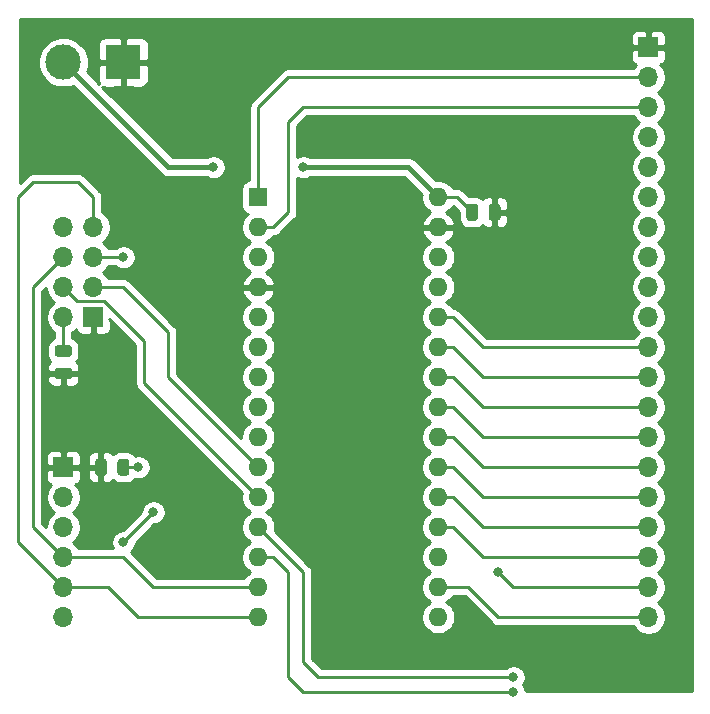
<source format=gbr>
%TF.GenerationSoftware,KiCad,Pcbnew,(5.1.10)-1*%
%TF.CreationDate,2021-07-29T09:59:01+03:00*%
%TF.ProjectId,YevgeniK,59657667-656e-4694-9b2e-6b696361645f,rev?*%
%TF.SameCoordinates,Original*%
%TF.FileFunction,Copper,L1,Top*%
%TF.FilePolarity,Positive*%
%FSLAX46Y46*%
G04 Gerber Fmt 4.6, Leading zero omitted, Abs format (unit mm)*
G04 Created by KiCad (PCBNEW (5.1.10)-1) date 2021-07-29 09:59:01*
%MOMM*%
%LPD*%
G01*
G04 APERTURE LIST*
%TA.AperFunction,ComponentPad*%
%ADD10R,1.600000X1.600000*%
%TD*%
%TA.AperFunction,ComponentPad*%
%ADD11O,1.600000X1.600000*%
%TD*%
%TA.AperFunction,ComponentPad*%
%ADD12R,3.000000X3.000000*%
%TD*%
%TA.AperFunction,ComponentPad*%
%ADD13C,3.000000*%
%TD*%
%TA.AperFunction,ComponentPad*%
%ADD14R,1.700000X1.700000*%
%TD*%
%TA.AperFunction,ComponentPad*%
%ADD15O,1.700000X1.700000*%
%TD*%
%TA.AperFunction,ViaPad*%
%ADD16C,0.800000*%
%TD*%
%TA.AperFunction,Conductor*%
%ADD17C,0.250000*%
%TD*%
%TA.AperFunction,Conductor*%
%ADD18C,0.450000*%
%TD*%
%TA.AperFunction,Conductor*%
%ADD19C,0.254000*%
%TD*%
%TA.AperFunction,Conductor*%
%ADD20C,0.100000*%
%TD*%
G04 APERTURE END LIST*
D10*
%TO.P,A1,1*%
%TO.N,/D1*%
X158750000Y-88900000D03*
D11*
%TO.P,A1,17*%
%TO.N,+3V3*%
X173990000Y-121920000D03*
%TO.P,A1,2*%
%TO.N,/DO*%
X158750000Y-91440000D03*
%TO.P,A1,18*%
%TO.N,Net-(A1-Pad18)*%
X173990000Y-119380000D03*
%TO.P,A1,3*%
%TO.N,Net-(A1-Pad3)*%
X158750000Y-93980000D03*
%TO.P,A1,19*%
%TO.N,/A0*%
X173990000Y-116840000D03*
%TO.P,A1,4*%
%TO.N,GND*%
X158750000Y-96520000D03*
%TO.P,A1,20*%
%TO.N,/A1*%
X173990000Y-114300000D03*
%TO.P,A1,5*%
%TO.N,/D2*%
X158750000Y-99060000D03*
%TO.P,A1,21*%
%TO.N,/A2*%
X173990000Y-111760000D03*
%TO.P,A1,6*%
%TO.N,/D3*%
X158750000Y-101600000D03*
%TO.P,A1,22*%
%TO.N,/A3*%
X173990000Y-109220000D03*
%TO.P,A1,7*%
%TO.N,/D4*%
X158750000Y-104140000D03*
%TO.P,A1,23*%
%TO.N,/A4*%
X173990000Y-106680000D03*
%TO.P,A1,8*%
%TO.N,/D5*%
X158750000Y-106680000D03*
%TO.P,A1,24*%
%TO.N,/A5*%
X173990000Y-104140000D03*
%TO.P,A1,9*%
%TO.N,/D6*%
X158750000Y-109220000D03*
%TO.P,A1,25*%
%TO.N,/A6*%
X173990000Y-101600000D03*
%TO.P,A1,10*%
%TO.N,/CE*%
X158750000Y-111760000D03*
%TO.P,A1,26*%
%TO.N,/A7*%
X173990000Y-99060000D03*
%TO.P,A1,11*%
%TO.N,/CSN*%
X158750000Y-114300000D03*
%TO.P,A1,27*%
%TO.N,+5V*%
X173990000Y-96520000D03*
%TO.P,A1,12*%
%TO.N,/D9*%
X158750000Y-116840000D03*
%TO.P,A1,28*%
%TO.N,Net-(A1-Pad28)*%
X173990000Y-93980000D03*
%TO.P,A1,13*%
%TO.N,/D10*%
X158750000Y-119380000D03*
%TO.P,A1,29*%
%TO.N,GND*%
X173990000Y-91440000D03*
%TO.P,A1,14*%
%TO.N,/MOSI*%
X158750000Y-121920000D03*
%TO.P,A1,30*%
%TO.N,VS*%
X173990000Y-88900000D03*
%TO.P,A1,15*%
%TO.N,/MISO*%
X158750000Y-124460000D03*
%TO.P,A1,16*%
%TO.N,/SCK*%
X173990000Y-124460000D03*
%TD*%
%TO.P,C1,1*%
%TO.N,VS*%
%TA.AperFunction,SMDPad,CuDef*%
G36*
G01*
X176350000Y-90645000D02*
X176350000Y-89695000D01*
G75*
G02*
X176600000Y-89445000I250000J0D01*
G01*
X177100000Y-89445000D01*
G75*
G02*
X177350000Y-89695000I0J-250000D01*
G01*
X177350000Y-90645000D01*
G75*
G02*
X177100000Y-90895000I-250000J0D01*
G01*
X176600000Y-90895000D01*
G75*
G02*
X176350000Y-90645000I0J250000D01*
G01*
G37*
%TD.AperFunction*%
%TO.P,C1,2*%
%TO.N,GND*%
%TA.AperFunction,SMDPad,CuDef*%
G36*
G01*
X178250000Y-90645000D02*
X178250000Y-89695000D01*
G75*
G02*
X178500000Y-89445000I250000J0D01*
G01*
X179000000Y-89445000D01*
G75*
G02*
X179250000Y-89695000I0J-250000D01*
G01*
X179250000Y-90645000D01*
G75*
G02*
X179000000Y-90895000I-250000J0D01*
G01*
X178500000Y-90895000D01*
G75*
G02*
X178250000Y-90645000I0J250000D01*
G01*
G37*
%TD.AperFunction*%
%TD*%
%TO.P,C2,2*%
%TO.N,GND*%
%TA.AperFunction,SMDPad,CuDef*%
G36*
G01*
X145920000Y-111285000D02*
X145920000Y-112235000D01*
G75*
G02*
X145670000Y-112485000I-250000J0D01*
G01*
X145170000Y-112485000D01*
G75*
G02*
X144920000Y-112235000I0J250000D01*
G01*
X144920000Y-111285000D01*
G75*
G02*
X145170000Y-111035000I250000J0D01*
G01*
X145670000Y-111035000D01*
G75*
G02*
X145920000Y-111285000I0J-250000D01*
G01*
G37*
%TD.AperFunction*%
%TO.P,C2,1*%
%TO.N,+3V3*%
%TA.AperFunction,SMDPad,CuDef*%
G36*
G01*
X147820000Y-111285000D02*
X147820000Y-112235000D01*
G75*
G02*
X147570000Y-112485000I-250000J0D01*
G01*
X147070000Y-112485000D01*
G75*
G02*
X146820000Y-112235000I0J250000D01*
G01*
X146820000Y-111285000D01*
G75*
G02*
X147070000Y-111035000I250000J0D01*
G01*
X147570000Y-111035000D01*
G75*
G02*
X147820000Y-111285000I0J-250000D01*
G01*
G37*
%TD.AperFunction*%
%TD*%
%TO.P,C3,1*%
%TO.N,+3V3*%
%TA.AperFunction,SMDPad,CuDef*%
G36*
G01*
X141765000Y-101420000D02*
X142715000Y-101420000D01*
G75*
G02*
X142965000Y-101670000I0J-250000D01*
G01*
X142965000Y-102170000D01*
G75*
G02*
X142715000Y-102420000I-250000J0D01*
G01*
X141765000Y-102420000D01*
G75*
G02*
X141515000Y-102170000I0J250000D01*
G01*
X141515000Y-101670000D01*
G75*
G02*
X141765000Y-101420000I250000J0D01*
G01*
G37*
%TD.AperFunction*%
%TO.P,C3,2*%
%TO.N,GND*%
%TA.AperFunction,SMDPad,CuDef*%
G36*
G01*
X141765000Y-103320000D02*
X142715000Y-103320000D01*
G75*
G02*
X142965000Y-103570000I0J-250000D01*
G01*
X142965000Y-104070000D01*
G75*
G02*
X142715000Y-104320000I-250000J0D01*
G01*
X141765000Y-104320000D01*
G75*
G02*
X141515000Y-104070000I0J250000D01*
G01*
X141515000Y-103570000D01*
G75*
G02*
X141765000Y-103320000I250000J0D01*
G01*
G37*
%TD.AperFunction*%
%TD*%
D12*
%TO.P,J1,1*%
%TO.N,GND*%
X147320000Y-77470000D03*
D13*
%TO.P,J1,2*%
%TO.N,VS*%
X142240000Y-77470000D03*
%TD*%
D14*
%TO.P,J2,1*%
%TO.N,GND*%
X191770000Y-76200000D03*
D15*
%TO.P,J2,2*%
%TO.N,/D1*%
X191770000Y-78740000D03*
%TO.P,J2,3*%
%TO.N,/DO*%
X191770000Y-81280000D03*
%TO.P,J2,4*%
%TO.N,/D2*%
X191770000Y-83820000D03*
%TO.P,J2,5*%
%TO.N,/D3*%
X191770000Y-86360000D03*
%TO.P,J2,6*%
%TO.N,/D4*%
X191770000Y-88900000D03*
%TO.P,J2,7*%
%TO.N,/D5*%
X191770000Y-91440000D03*
%TO.P,J2,8*%
%TO.N,/D6*%
X191770000Y-93980000D03*
%TO.P,J2,9*%
%TO.N,/D9*%
X191770000Y-96520000D03*
%TO.P,J2,10*%
%TO.N,/D10*%
X191770000Y-99060000D03*
%TO.P,J2,11*%
%TO.N,/A7*%
X191770000Y-101600000D03*
%TO.P,J2,12*%
%TO.N,/A6*%
X191770000Y-104140000D03*
%TO.P,J2,13*%
%TO.N,/A5*%
X191770000Y-106680000D03*
%TO.P,J2,14*%
%TO.N,/A4*%
X191770000Y-109220000D03*
%TO.P,J2,15*%
%TO.N,/A3*%
X191770000Y-111760000D03*
%TO.P,J2,16*%
%TO.N,/A2*%
X191770000Y-114300000D03*
%TO.P,J2,17*%
%TO.N,/A1*%
X191770000Y-116840000D03*
%TO.P,J2,18*%
%TO.N,/A0*%
X191770000Y-119380000D03*
%TO.P,J2,19*%
%TO.N,+5V*%
X191770000Y-121920000D03*
%TO.P,J2,20*%
%TO.N,+3V3*%
X191770000Y-124460000D03*
%TD*%
D14*
%TO.P,J3,1*%
%TO.N,GND*%
X144780000Y-99060000D03*
D15*
%TO.P,J3,2*%
%TO.N,+3V3*%
X142240000Y-99060000D03*
%TO.P,J3,3*%
%TO.N,/CE*%
X144780000Y-96520000D03*
%TO.P,J3,4*%
%TO.N,/CSN*%
X142240000Y-96520000D03*
%TO.P,J3,5*%
%TO.N,/SCK*%
X144780000Y-93980000D03*
%TO.P,J3,6*%
%TO.N,/MOSI*%
X142240000Y-93980000D03*
%TO.P,J3,7*%
%TO.N,/MISO*%
X144780000Y-91440000D03*
%TO.P,J3,8*%
%TO.N,/IRQ*%
X142240000Y-91440000D03*
%TD*%
D14*
%TO.P,J4,1*%
%TO.N,GND*%
X142240000Y-111760000D03*
D15*
%TO.P,J4,2*%
%TO.N,+3V3*%
X142240000Y-114300000D03*
%TO.P,J4,3*%
%TO.N,/SCK*%
X142240000Y-116840000D03*
%TO.P,J4,4*%
%TO.N,/MOSI*%
X142240000Y-119380000D03*
%TO.P,J4,5*%
%TO.N,/MISO*%
X142240000Y-121920000D03*
%TO.P,J4,6*%
%TO.N,Net-(J4-Pad6)*%
X142240000Y-124460000D03*
%TD*%
D16*
%TO.N,+3V3*%
X148590000Y-111760000D03*
%TO.N,+5V*%
X179070000Y-120650000D03*
%TO.N,/D9*%
X180340000Y-129540000D03*
%TO.N,/D10*%
X180340000Y-130810000D03*
%TO.N,VS*%
X154940000Y-86360000D03*
X162560000Y-86360000D03*
%TO.N,/SCK*%
X147320000Y-93980000D03*
X149860000Y-115570000D03*
X147320000Y-118110000D03*
%TD*%
D17*
%TO.N,/D1*%
X158750000Y-88900000D02*
X158750000Y-81280000D01*
X161290000Y-78740000D02*
X191770000Y-78740000D01*
X158750000Y-81280000D02*
X161290000Y-78740000D01*
%TO.N,+3V3*%
X173990000Y-121920000D02*
X176530000Y-121920000D01*
X179070000Y-124460000D02*
X191770000Y-124460000D01*
X176530000Y-121920000D02*
X179070000Y-124460000D01*
X142240000Y-101920000D02*
X142240000Y-99060000D01*
X148590000Y-111760000D02*
X147320000Y-111760000D01*
%TO.N,/DO*%
X158750000Y-91440000D02*
X160020000Y-91440000D01*
X160020000Y-91440000D02*
X161290000Y-90170000D01*
X161290000Y-90170000D02*
X161290000Y-82550000D01*
X162560000Y-81280000D02*
X191770000Y-81280000D01*
X161290000Y-82550000D02*
X162560000Y-81280000D01*
%TO.N,/A0*%
X173990000Y-116840000D02*
X175260000Y-116840000D01*
X177800000Y-119380000D02*
X191770000Y-119380000D01*
X175260000Y-116840000D02*
X177800000Y-119380000D01*
%TO.N,/A1*%
X173990000Y-114300000D02*
X175260000Y-114300000D01*
X177800000Y-116840000D02*
X191770000Y-116840000D01*
X175260000Y-114300000D02*
X177800000Y-116840000D01*
%TO.N,/A2*%
X173990000Y-111760000D02*
X175260000Y-111760000D01*
X177800000Y-114300000D02*
X191770000Y-114300000D01*
X175260000Y-111760000D02*
X177800000Y-114300000D01*
%TO.N,/A3*%
X173990000Y-109220000D02*
X175260000Y-109220000D01*
X177800000Y-111760000D02*
X191770000Y-111760000D01*
X175260000Y-109220000D02*
X177800000Y-111760000D01*
%TO.N,/A4*%
X173990000Y-106680000D02*
X175260000Y-106680000D01*
X177800000Y-109220000D02*
X191770000Y-109220000D01*
X175260000Y-106680000D02*
X177800000Y-109220000D01*
%TO.N,/A5*%
X173990000Y-104140000D02*
X175260000Y-104140000D01*
X177800000Y-106680000D02*
X191770000Y-106680000D01*
X175260000Y-104140000D02*
X177800000Y-106680000D01*
%TO.N,/A6*%
X173990000Y-101600000D02*
X175260000Y-101600000D01*
X177800000Y-104140000D02*
X191770000Y-104140000D01*
X175260000Y-101600000D02*
X177800000Y-104140000D01*
%TO.N,/CE*%
X147320000Y-96520000D02*
X144780000Y-96520000D01*
X151130000Y-104140000D02*
X151130000Y-100330000D01*
X151130000Y-100330000D02*
X147320000Y-96520000D01*
X158750000Y-111760000D02*
X151130000Y-104140000D01*
%TO.N,/A7*%
X173990000Y-99060000D02*
X175260000Y-99060000D01*
X177800000Y-101600000D02*
X191770000Y-101600000D01*
X175260000Y-99060000D02*
X177800000Y-101600000D01*
%TO.N,/CSN*%
X145700003Y-97695001D02*
X143415001Y-97695001D01*
X149095010Y-101090008D02*
X145700003Y-97695001D01*
X149095010Y-104645010D02*
X149095010Y-101090008D01*
X143415001Y-97695001D02*
X142240000Y-96520000D01*
X158750000Y-114300000D02*
X149095010Y-104645010D01*
%TO.N,+5V*%
X179070000Y-120650000D02*
X180340000Y-121920000D01*
X180340000Y-121920000D02*
X191770000Y-121920000D01*
%TO.N,/D9*%
X158750000Y-116840000D02*
X162560000Y-120650000D01*
X162560000Y-120650000D02*
X162560000Y-128270000D01*
X162560000Y-128270000D02*
X163830000Y-129540000D01*
X163830000Y-129540000D02*
X180340000Y-129540000D01*
%TO.N,/D10*%
X158750000Y-119380000D02*
X160020000Y-119380000D01*
X160020000Y-119380000D02*
X161290000Y-120650000D01*
X161290000Y-120650000D02*
X161290000Y-129540000D01*
X161290000Y-129540000D02*
X162560000Y-130810000D01*
X162560000Y-130810000D02*
X180340000Y-130810000D01*
%TO.N,/MOSI*%
X158750000Y-121920000D02*
X149860000Y-121920000D01*
X147320000Y-119380000D02*
X142240000Y-119380000D01*
X149860000Y-121920000D02*
X147320000Y-119380000D01*
X142240000Y-93980000D02*
X139700000Y-96520000D01*
X139700000Y-116840000D02*
X142240000Y-119380000D01*
X139700000Y-96520000D02*
X139700000Y-116840000D01*
D18*
%TO.N,VS*%
X142240000Y-77470000D02*
X151130000Y-86360000D01*
X151130000Y-86360000D02*
X154940000Y-86360000D01*
X171450000Y-86360000D02*
X173990000Y-88900000D01*
X162560000Y-86360000D02*
X171450000Y-86360000D01*
D17*
X175580000Y-88900000D02*
X176850000Y-90170000D01*
X173990000Y-88900000D02*
X175580000Y-88900000D01*
%TO.N,/MISO*%
X158750000Y-124460000D02*
X148590000Y-124460000D01*
X146050000Y-121920000D02*
X142240000Y-121920000D01*
X148590000Y-124460000D02*
X146050000Y-121920000D01*
X144780000Y-91440000D02*
X144780000Y-88900000D01*
X144780000Y-88900000D02*
X143510000Y-87630000D01*
X143510000Y-87630000D02*
X139700000Y-87630000D01*
X139700000Y-87630000D02*
X138430000Y-88900000D01*
X138430000Y-118110000D02*
X142240000Y-121920000D01*
X138430000Y-88900000D02*
X138430000Y-118110000D01*
%TO.N,/SCK*%
X144780000Y-93980000D02*
X147320000Y-93980000D01*
X149860000Y-115570000D02*
X147320000Y-118110000D01*
%TD*%
D19*
%TO.N,GND*%
X195453000Y-130683000D02*
X181370015Y-130683000D01*
X181335226Y-130508102D01*
X181257205Y-130319744D01*
X181160490Y-130175000D01*
X181257205Y-130030256D01*
X181335226Y-129841898D01*
X181375000Y-129641939D01*
X181375000Y-129438061D01*
X181335226Y-129238102D01*
X181257205Y-129049744D01*
X181143937Y-128880226D01*
X180999774Y-128736063D01*
X180830256Y-128622795D01*
X180641898Y-128544774D01*
X180441939Y-128505000D01*
X180238061Y-128505000D01*
X180038102Y-128544774D01*
X179849744Y-128622795D01*
X179680226Y-128736063D01*
X179636289Y-128780000D01*
X164144802Y-128780000D01*
X163320000Y-127955199D01*
X163320000Y-120687325D01*
X163323676Y-120650000D01*
X163320000Y-120612675D01*
X163320000Y-120612667D01*
X163309003Y-120501014D01*
X163265546Y-120357753D01*
X163194974Y-120225724D01*
X163100001Y-120109999D01*
X163071003Y-120086201D01*
X160148688Y-117163887D01*
X160185000Y-116981335D01*
X160185000Y-116698665D01*
X160129853Y-116421426D01*
X160021680Y-116160273D01*
X159864637Y-115925241D01*
X159664759Y-115725363D01*
X159432241Y-115570000D01*
X159664759Y-115414637D01*
X159864637Y-115214759D01*
X160021680Y-114979727D01*
X160129853Y-114718574D01*
X160185000Y-114441335D01*
X160185000Y-114158665D01*
X160129853Y-113881426D01*
X160021680Y-113620273D01*
X159864637Y-113385241D01*
X159664759Y-113185363D01*
X159432241Y-113030000D01*
X159664759Y-112874637D01*
X159864637Y-112674759D01*
X160021680Y-112439727D01*
X160129853Y-112178574D01*
X160185000Y-111901335D01*
X160185000Y-111618665D01*
X160129853Y-111341426D01*
X160021680Y-111080273D01*
X159864637Y-110845241D01*
X159664759Y-110645363D01*
X159432241Y-110490000D01*
X159664759Y-110334637D01*
X159864637Y-110134759D01*
X160021680Y-109899727D01*
X160129853Y-109638574D01*
X160185000Y-109361335D01*
X160185000Y-109078665D01*
X160129853Y-108801426D01*
X160021680Y-108540273D01*
X159864637Y-108305241D01*
X159664759Y-108105363D01*
X159432241Y-107950000D01*
X159664759Y-107794637D01*
X159864637Y-107594759D01*
X160021680Y-107359727D01*
X160129853Y-107098574D01*
X160185000Y-106821335D01*
X160185000Y-106538665D01*
X160129853Y-106261426D01*
X160021680Y-106000273D01*
X159864637Y-105765241D01*
X159664759Y-105565363D01*
X159432241Y-105410000D01*
X159664759Y-105254637D01*
X159864637Y-105054759D01*
X160021680Y-104819727D01*
X160129853Y-104558574D01*
X160185000Y-104281335D01*
X160185000Y-103998665D01*
X160129853Y-103721426D01*
X160021680Y-103460273D01*
X159864637Y-103225241D01*
X159664759Y-103025363D01*
X159432241Y-102870000D01*
X159664759Y-102714637D01*
X159864637Y-102514759D01*
X160021680Y-102279727D01*
X160129853Y-102018574D01*
X160185000Y-101741335D01*
X160185000Y-101458665D01*
X160129853Y-101181426D01*
X160021680Y-100920273D01*
X159864637Y-100685241D01*
X159664759Y-100485363D01*
X159432241Y-100330000D01*
X159664759Y-100174637D01*
X159864637Y-99974759D01*
X160021680Y-99739727D01*
X160129853Y-99478574D01*
X160185000Y-99201335D01*
X160185000Y-98918665D01*
X160129853Y-98641426D01*
X160021680Y-98380273D01*
X159864637Y-98145241D01*
X159664759Y-97945363D01*
X159429727Y-97788320D01*
X159419135Y-97783933D01*
X159605131Y-97672385D01*
X159813519Y-97483414D01*
X159981037Y-97257420D01*
X160101246Y-97003087D01*
X160141904Y-96869039D01*
X160019915Y-96647000D01*
X158877000Y-96647000D01*
X158877000Y-96667000D01*
X158623000Y-96667000D01*
X158623000Y-96647000D01*
X157480085Y-96647000D01*
X157358096Y-96869039D01*
X157398754Y-97003087D01*
X157518963Y-97257420D01*
X157686481Y-97483414D01*
X157894869Y-97672385D01*
X158080865Y-97783933D01*
X158070273Y-97788320D01*
X157835241Y-97945363D01*
X157635363Y-98145241D01*
X157478320Y-98380273D01*
X157370147Y-98641426D01*
X157315000Y-98918665D01*
X157315000Y-99201335D01*
X157370147Y-99478574D01*
X157478320Y-99739727D01*
X157635363Y-99974759D01*
X157835241Y-100174637D01*
X158067759Y-100330000D01*
X157835241Y-100485363D01*
X157635363Y-100685241D01*
X157478320Y-100920273D01*
X157370147Y-101181426D01*
X157315000Y-101458665D01*
X157315000Y-101741335D01*
X157370147Y-102018574D01*
X157478320Y-102279727D01*
X157635363Y-102514759D01*
X157835241Y-102714637D01*
X158067759Y-102870000D01*
X157835241Y-103025363D01*
X157635363Y-103225241D01*
X157478320Y-103460273D01*
X157370147Y-103721426D01*
X157315000Y-103998665D01*
X157315000Y-104281335D01*
X157370147Y-104558574D01*
X157478320Y-104819727D01*
X157635363Y-105054759D01*
X157835241Y-105254637D01*
X158067759Y-105410000D01*
X157835241Y-105565363D01*
X157635363Y-105765241D01*
X157478320Y-106000273D01*
X157370147Y-106261426D01*
X157315000Y-106538665D01*
X157315000Y-106821335D01*
X157370147Y-107098574D01*
X157478320Y-107359727D01*
X157635363Y-107594759D01*
X157835241Y-107794637D01*
X158067759Y-107950000D01*
X157835241Y-108105363D01*
X157635363Y-108305241D01*
X157478320Y-108540273D01*
X157370147Y-108801426D01*
X157315000Y-109078665D01*
X157315000Y-109250198D01*
X151890000Y-103825199D01*
X151890000Y-100367325D01*
X151893676Y-100330000D01*
X151890000Y-100292675D01*
X151890000Y-100292667D01*
X151879003Y-100181014D01*
X151835546Y-100037753D01*
X151764974Y-99905724D01*
X151670001Y-99789999D01*
X151641003Y-99766201D01*
X147883804Y-96009003D01*
X147860001Y-95979999D01*
X147744276Y-95885026D01*
X147612247Y-95814454D01*
X147468986Y-95770997D01*
X147357333Y-95760000D01*
X147357322Y-95760000D01*
X147320000Y-95756324D01*
X147282678Y-95760000D01*
X146058178Y-95760000D01*
X145933475Y-95573368D01*
X145726632Y-95366525D01*
X145552240Y-95250000D01*
X145726632Y-95133475D01*
X145933475Y-94926632D01*
X146058178Y-94740000D01*
X146616289Y-94740000D01*
X146660226Y-94783937D01*
X146829744Y-94897205D01*
X147018102Y-94975226D01*
X147218061Y-95015000D01*
X147421939Y-95015000D01*
X147621898Y-94975226D01*
X147810256Y-94897205D01*
X147979774Y-94783937D01*
X148123937Y-94639774D01*
X148237205Y-94470256D01*
X148315226Y-94281898D01*
X148355000Y-94081939D01*
X148355000Y-93878061D01*
X148315226Y-93678102D01*
X148237205Y-93489744D01*
X148123937Y-93320226D01*
X147979774Y-93176063D01*
X147810256Y-93062795D01*
X147621898Y-92984774D01*
X147421939Y-92945000D01*
X147218061Y-92945000D01*
X147018102Y-92984774D01*
X146829744Y-93062795D01*
X146660226Y-93176063D01*
X146616289Y-93220000D01*
X146058178Y-93220000D01*
X145933475Y-93033368D01*
X145726632Y-92826525D01*
X145552240Y-92710000D01*
X145726632Y-92593475D01*
X145933475Y-92386632D01*
X146095990Y-92143411D01*
X146207932Y-91873158D01*
X146265000Y-91586260D01*
X146265000Y-91293740D01*
X146207932Y-91006842D01*
X146095990Y-90736589D01*
X145933475Y-90493368D01*
X145726632Y-90286525D01*
X145540000Y-90161822D01*
X145540000Y-88937322D01*
X145543676Y-88899999D01*
X145540000Y-88862676D01*
X145540000Y-88862667D01*
X145529003Y-88751014D01*
X145485546Y-88607753D01*
X145414974Y-88475724D01*
X145320001Y-88359999D01*
X145291003Y-88336201D01*
X145054802Y-88100000D01*
X157311928Y-88100000D01*
X157311928Y-89700000D01*
X157324188Y-89824482D01*
X157360498Y-89944180D01*
X157419463Y-90054494D01*
X157498815Y-90151185D01*
X157595506Y-90230537D01*
X157705820Y-90289502D01*
X157825518Y-90325812D01*
X157833961Y-90326643D01*
X157635363Y-90525241D01*
X157478320Y-90760273D01*
X157370147Y-91021426D01*
X157315000Y-91298665D01*
X157315000Y-91581335D01*
X157370147Y-91858574D01*
X157478320Y-92119727D01*
X157635363Y-92354759D01*
X157835241Y-92554637D01*
X158067759Y-92710000D01*
X157835241Y-92865363D01*
X157635363Y-93065241D01*
X157478320Y-93300273D01*
X157370147Y-93561426D01*
X157315000Y-93838665D01*
X157315000Y-94121335D01*
X157370147Y-94398574D01*
X157478320Y-94659727D01*
X157635363Y-94894759D01*
X157835241Y-95094637D01*
X158070273Y-95251680D01*
X158080865Y-95256067D01*
X157894869Y-95367615D01*
X157686481Y-95556586D01*
X157518963Y-95782580D01*
X157398754Y-96036913D01*
X157358096Y-96170961D01*
X157480085Y-96393000D01*
X158623000Y-96393000D01*
X158623000Y-96373000D01*
X158877000Y-96373000D01*
X158877000Y-96393000D01*
X160019915Y-96393000D01*
X160141904Y-96170961D01*
X160101246Y-96036913D01*
X159981037Y-95782580D01*
X159813519Y-95556586D01*
X159605131Y-95367615D01*
X159419135Y-95256067D01*
X159429727Y-95251680D01*
X159664759Y-95094637D01*
X159864637Y-94894759D01*
X160021680Y-94659727D01*
X160129853Y-94398574D01*
X160185000Y-94121335D01*
X160185000Y-93838665D01*
X160129853Y-93561426D01*
X160021680Y-93300273D01*
X159864637Y-93065241D01*
X159664759Y-92865363D01*
X159432241Y-92710000D01*
X159664759Y-92554637D01*
X159864637Y-92354759D01*
X159968043Y-92200000D01*
X159982678Y-92200000D01*
X160020000Y-92203676D01*
X160057322Y-92200000D01*
X160057333Y-92200000D01*
X160168986Y-92189003D01*
X160312247Y-92145546D01*
X160444276Y-92074974D01*
X160560001Y-91980001D01*
X160583804Y-91950997D01*
X161801004Y-90733798D01*
X161830001Y-90710001D01*
X161924974Y-90594276D01*
X161995546Y-90462247D01*
X162039003Y-90318986D01*
X162050000Y-90207333D01*
X162050000Y-90207324D01*
X162053676Y-90170001D01*
X162050000Y-90132678D01*
X162050000Y-87264013D01*
X162069744Y-87277205D01*
X162258102Y-87355226D01*
X162458061Y-87395000D01*
X162661939Y-87395000D01*
X162861898Y-87355226D01*
X163050256Y-87277205D01*
X163135870Y-87220000D01*
X171093777Y-87220000D01*
X172567849Y-88694072D01*
X172555000Y-88758665D01*
X172555000Y-89041335D01*
X172610147Y-89318574D01*
X172718320Y-89579727D01*
X172875363Y-89814759D01*
X173075241Y-90014637D01*
X173310273Y-90171680D01*
X173320865Y-90176067D01*
X173134869Y-90287615D01*
X172926481Y-90476586D01*
X172758963Y-90702580D01*
X172638754Y-90956913D01*
X172598096Y-91090961D01*
X172720085Y-91313000D01*
X173863000Y-91313000D01*
X173863000Y-91293000D01*
X174117000Y-91293000D01*
X174117000Y-91313000D01*
X175259915Y-91313000D01*
X175381904Y-91090961D01*
X175341246Y-90956913D01*
X175221037Y-90702580D01*
X175053519Y-90476586D01*
X174845131Y-90287615D01*
X174659135Y-90176067D01*
X174669727Y-90171680D01*
X174904759Y-90014637D01*
X175104637Y-89814759D01*
X175208043Y-89660000D01*
X175265199Y-89660000D01*
X175711928Y-90106730D01*
X175711928Y-90645000D01*
X175728992Y-90818254D01*
X175779528Y-90984850D01*
X175861595Y-91138386D01*
X175972038Y-91272962D01*
X176106614Y-91383405D01*
X176260150Y-91465472D01*
X176426746Y-91516008D01*
X176600000Y-91533072D01*
X177100000Y-91533072D01*
X177273254Y-91516008D01*
X177439850Y-91465472D01*
X177593386Y-91383405D01*
X177727962Y-91272962D01*
X177733342Y-91266406D01*
X177798815Y-91346185D01*
X177895506Y-91425537D01*
X178005820Y-91484502D01*
X178125518Y-91520812D01*
X178250000Y-91533072D01*
X178464250Y-91530000D01*
X178623000Y-91371250D01*
X178623000Y-90297000D01*
X178877000Y-90297000D01*
X178877000Y-91371250D01*
X179035750Y-91530000D01*
X179250000Y-91533072D01*
X179374482Y-91520812D01*
X179494180Y-91484502D01*
X179604494Y-91425537D01*
X179701185Y-91346185D01*
X179780537Y-91249494D01*
X179839502Y-91139180D01*
X179875812Y-91019482D01*
X179888072Y-90895000D01*
X179885000Y-90455750D01*
X179726250Y-90297000D01*
X178877000Y-90297000D01*
X178623000Y-90297000D01*
X178603000Y-90297000D01*
X178603000Y-90043000D01*
X178623000Y-90043000D01*
X178623000Y-88968750D01*
X178877000Y-88968750D01*
X178877000Y-90043000D01*
X179726250Y-90043000D01*
X179885000Y-89884250D01*
X179888072Y-89445000D01*
X179875812Y-89320518D01*
X179839502Y-89200820D01*
X179780537Y-89090506D01*
X179701185Y-88993815D01*
X179604494Y-88914463D01*
X179494180Y-88855498D01*
X179374482Y-88819188D01*
X179250000Y-88806928D01*
X179035750Y-88810000D01*
X178877000Y-88968750D01*
X178623000Y-88968750D01*
X178464250Y-88810000D01*
X178250000Y-88806928D01*
X178125518Y-88819188D01*
X178005820Y-88855498D01*
X177895506Y-88914463D01*
X177798815Y-88993815D01*
X177733342Y-89073594D01*
X177727962Y-89067038D01*
X177593386Y-88956595D01*
X177439850Y-88874528D01*
X177273254Y-88823992D01*
X177100000Y-88806928D01*
X176600000Y-88806928D01*
X176565161Y-88810359D01*
X176143804Y-88389003D01*
X176120001Y-88359999D01*
X176004276Y-88265026D01*
X175872247Y-88194454D01*
X175728986Y-88150997D01*
X175617333Y-88140000D01*
X175617322Y-88140000D01*
X175580000Y-88136324D01*
X175542678Y-88140000D01*
X175208043Y-88140000D01*
X175104637Y-87985241D01*
X174904759Y-87785363D01*
X174669727Y-87628320D01*
X174408574Y-87520147D01*
X174131335Y-87465000D01*
X173848665Y-87465000D01*
X173784072Y-87477849D01*
X172087988Y-85781765D01*
X172061054Y-85748946D01*
X171930102Y-85641476D01*
X171780700Y-85561619D01*
X171618589Y-85512444D01*
X171492246Y-85500000D01*
X171492239Y-85500000D01*
X171450000Y-85495840D01*
X171407761Y-85500000D01*
X163135870Y-85500000D01*
X163050256Y-85442795D01*
X162861898Y-85364774D01*
X162661939Y-85325000D01*
X162458061Y-85325000D01*
X162258102Y-85364774D01*
X162069744Y-85442795D01*
X162050000Y-85455987D01*
X162050000Y-82864801D01*
X162874802Y-82040000D01*
X190491822Y-82040000D01*
X190616525Y-82226632D01*
X190823368Y-82433475D01*
X190997760Y-82550000D01*
X190823368Y-82666525D01*
X190616525Y-82873368D01*
X190454010Y-83116589D01*
X190342068Y-83386842D01*
X190285000Y-83673740D01*
X190285000Y-83966260D01*
X190342068Y-84253158D01*
X190454010Y-84523411D01*
X190616525Y-84766632D01*
X190823368Y-84973475D01*
X190997760Y-85090000D01*
X190823368Y-85206525D01*
X190616525Y-85413368D01*
X190454010Y-85656589D01*
X190342068Y-85926842D01*
X190285000Y-86213740D01*
X190285000Y-86506260D01*
X190342068Y-86793158D01*
X190454010Y-87063411D01*
X190616525Y-87306632D01*
X190823368Y-87513475D01*
X190997760Y-87630000D01*
X190823368Y-87746525D01*
X190616525Y-87953368D01*
X190454010Y-88196589D01*
X190342068Y-88466842D01*
X190285000Y-88753740D01*
X190285000Y-89046260D01*
X190342068Y-89333158D01*
X190454010Y-89603411D01*
X190616525Y-89846632D01*
X190823368Y-90053475D01*
X190997760Y-90170000D01*
X190823368Y-90286525D01*
X190616525Y-90493368D01*
X190454010Y-90736589D01*
X190342068Y-91006842D01*
X190285000Y-91293740D01*
X190285000Y-91586260D01*
X190342068Y-91873158D01*
X190454010Y-92143411D01*
X190616525Y-92386632D01*
X190823368Y-92593475D01*
X190997760Y-92710000D01*
X190823368Y-92826525D01*
X190616525Y-93033368D01*
X190454010Y-93276589D01*
X190342068Y-93546842D01*
X190285000Y-93833740D01*
X190285000Y-94126260D01*
X190342068Y-94413158D01*
X190454010Y-94683411D01*
X190616525Y-94926632D01*
X190823368Y-95133475D01*
X190997760Y-95250000D01*
X190823368Y-95366525D01*
X190616525Y-95573368D01*
X190454010Y-95816589D01*
X190342068Y-96086842D01*
X190285000Y-96373740D01*
X190285000Y-96666260D01*
X190342068Y-96953158D01*
X190454010Y-97223411D01*
X190616525Y-97466632D01*
X190823368Y-97673475D01*
X190997760Y-97790000D01*
X190823368Y-97906525D01*
X190616525Y-98113368D01*
X190454010Y-98356589D01*
X190342068Y-98626842D01*
X190285000Y-98913740D01*
X190285000Y-99206260D01*
X190342068Y-99493158D01*
X190454010Y-99763411D01*
X190616525Y-100006632D01*
X190823368Y-100213475D01*
X190997760Y-100330000D01*
X190823368Y-100446525D01*
X190616525Y-100653368D01*
X190491822Y-100840000D01*
X178114803Y-100840000D01*
X175823804Y-98549003D01*
X175800001Y-98519999D01*
X175684276Y-98425026D01*
X175552247Y-98354454D01*
X175408986Y-98310997D01*
X175297333Y-98300000D01*
X175297322Y-98300000D01*
X175260000Y-98296324D01*
X175222678Y-98300000D01*
X175208043Y-98300000D01*
X175104637Y-98145241D01*
X174904759Y-97945363D01*
X174672241Y-97790000D01*
X174904759Y-97634637D01*
X175104637Y-97434759D01*
X175261680Y-97199727D01*
X175369853Y-96938574D01*
X175425000Y-96661335D01*
X175425000Y-96378665D01*
X175369853Y-96101426D01*
X175261680Y-95840273D01*
X175104637Y-95605241D01*
X174904759Y-95405363D01*
X174672241Y-95250000D01*
X174904759Y-95094637D01*
X175104637Y-94894759D01*
X175261680Y-94659727D01*
X175369853Y-94398574D01*
X175425000Y-94121335D01*
X175425000Y-93838665D01*
X175369853Y-93561426D01*
X175261680Y-93300273D01*
X175104637Y-93065241D01*
X174904759Y-92865363D01*
X174669727Y-92708320D01*
X174659135Y-92703933D01*
X174845131Y-92592385D01*
X175053519Y-92403414D01*
X175221037Y-92177420D01*
X175341246Y-91923087D01*
X175381904Y-91789039D01*
X175259915Y-91567000D01*
X174117000Y-91567000D01*
X174117000Y-91587000D01*
X173863000Y-91587000D01*
X173863000Y-91567000D01*
X172720085Y-91567000D01*
X172598096Y-91789039D01*
X172638754Y-91923087D01*
X172758963Y-92177420D01*
X172926481Y-92403414D01*
X173134869Y-92592385D01*
X173320865Y-92703933D01*
X173310273Y-92708320D01*
X173075241Y-92865363D01*
X172875363Y-93065241D01*
X172718320Y-93300273D01*
X172610147Y-93561426D01*
X172555000Y-93838665D01*
X172555000Y-94121335D01*
X172610147Y-94398574D01*
X172718320Y-94659727D01*
X172875363Y-94894759D01*
X173075241Y-95094637D01*
X173307759Y-95250000D01*
X173075241Y-95405363D01*
X172875363Y-95605241D01*
X172718320Y-95840273D01*
X172610147Y-96101426D01*
X172555000Y-96378665D01*
X172555000Y-96661335D01*
X172610147Y-96938574D01*
X172718320Y-97199727D01*
X172875363Y-97434759D01*
X173075241Y-97634637D01*
X173307759Y-97790000D01*
X173075241Y-97945363D01*
X172875363Y-98145241D01*
X172718320Y-98380273D01*
X172610147Y-98641426D01*
X172555000Y-98918665D01*
X172555000Y-99201335D01*
X172610147Y-99478574D01*
X172718320Y-99739727D01*
X172875363Y-99974759D01*
X173075241Y-100174637D01*
X173307759Y-100330000D01*
X173075241Y-100485363D01*
X172875363Y-100685241D01*
X172718320Y-100920273D01*
X172610147Y-101181426D01*
X172555000Y-101458665D01*
X172555000Y-101741335D01*
X172610147Y-102018574D01*
X172718320Y-102279727D01*
X172875363Y-102514759D01*
X173075241Y-102714637D01*
X173307759Y-102870000D01*
X173075241Y-103025363D01*
X172875363Y-103225241D01*
X172718320Y-103460273D01*
X172610147Y-103721426D01*
X172555000Y-103998665D01*
X172555000Y-104281335D01*
X172610147Y-104558574D01*
X172718320Y-104819727D01*
X172875363Y-105054759D01*
X173075241Y-105254637D01*
X173307759Y-105410000D01*
X173075241Y-105565363D01*
X172875363Y-105765241D01*
X172718320Y-106000273D01*
X172610147Y-106261426D01*
X172555000Y-106538665D01*
X172555000Y-106821335D01*
X172610147Y-107098574D01*
X172718320Y-107359727D01*
X172875363Y-107594759D01*
X173075241Y-107794637D01*
X173307759Y-107950000D01*
X173075241Y-108105363D01*
X172875363Y-108305241D01*
X172718320Y-108540273D01*
X172610147Y-108801426D01*
X172555000Y-109078665D01*
X172555000Y-109361335D01*
X172610147Y-109638574D01*
X172718320Y-109899727D01*
X172875363Y-110134759D01*
X173075241Y-110334637D01*
X173307759Y-110490000D01*
X173075241Y-110645363D01*
X172875363Y-110845241D01*
X172718320Y-111080273D01*
X172610147Y-111341426D01*
X172555000Y-111618665D01*
X172555000Y-111901335D01*
X172610147Y-112178574D01*
X172718320Y-112439727D01*
X172875363Y-112674759D01*
X173075241Y-112874637D01*
X173307759Y-113030000D01*
X173075241Y-113185363D01*
X172875363Y-113385241D01*
X172718320Y-113620273D01*
X172610147Y-113881426D01*
X172555000Y-114158665D01*
X172555000Y-114441335D01*
X172610147Y-114718574D01*
X172718320Y-114979727D01*
X172875363Y-115214759D01*
X173075241Y-115414637D01*
X173307759Y-115570000D01*
X173075241Y-115725363D01*
X172875363Y-115925241D01*
X172718320Y-116160273D01*
X172610147Y-116421426D01*
X172555000Y-116698665D01*
X172555000Y-116981335D01*
X172610147Y-117258574D01*
X172718320Y-117519727D01*
X172875363Y-117754759D01*
X173075241Y-117954637D01*
X173307759Y-118110000D01*
X173075241Y-118265363D01*
X172875363Y-118465241D01*
X172718320Y-118700273D01*
X172610147Y-118961426D01*
X172555000Y-119238665D01*
X172555000Y-119521335D01*
X172610147Y-119798574D01*
X172718320Y-120059727D01*
X172875363Y-120294759D01*
X173075241Y-120494637D01*
X173307759Y-120650000D01*
X173075241Y-120805363D01*
X172875363Y-121005241D01*
X172718320Y-121240273D01*
X172610147Y-121501426D01*
X172555000Y-121778665D01*
X172555000Y-122061335D01*
X172610147Y-122338574D01*
X172718320Y-122599727D01*
X172875363Y-122834759D01*
X173075241Y-123034637D01*
X173307759Y-123190000D01*
X173075241Y-123345363D01*
X172875363Y-123545241D01*
X172718320Y-123780273D01*
X172610147Y-124041426D01*
X172555000Y-124318665D01*
X172555000Y-124601335D01*
X172610147Y-124878574D01*
X172718320Y-125139727D01*
X172875363Y-125374759D01*
X173075241Y-125574637D01*
X173310273Y-125731680D01*
X173571426Y-125839853D01*
X173848665Y-125895000D01*
X174131335Y-125895000D01*
X174408574Y-125839853D01*
X174669727Y-125731680D01*
X174904759Y-125574637D01*
X175104637Y-125374759D01*
X175261680Y-125139727D01*
X175369853Y-124878574D01*
X175425000Y-124601335D01*
X175425000Y-124318665D01*
X175369853Y-124041426D01*
X175261680Y-123780273D01*
X175104637Y-123545241D01*
X174904759Y-123345363D01*
X174672241Y-123190000D01*
X174904759Y-123034637D01*
X175104637Y-122834759D01*
X175208043Y-122680000D01*
X176215199Y-122680000D01*
X178506205Y-124971008D01*
X178529999Y-125000001D01*
X178558992Y-125023795D01*
X178558996Y-125023799D01*
X178629685Y-125081811D01*
X178645724Y-125094974D01*
X178777753Y-125165546D01*
X178921014Y-125209003D01*
X179032667Y-125220000D01*
X179032676Y-125220000D01*
X179069999Y-125223676D01*
X179107322Y-125220000D01*
X190491822Y-125220000D01*
X190616525Y-125406632D01*
X190823368Y-125613475D01*
X191066589Y-125775990D01*
X191336842Y-125887932D01*
X191623740Y-125945000D01*
X191916260Y-125945000D01*
X192203158Y-125887932D01*
X192473411Y-125775990D01*
X192716632Y-125613475D01*
X192923475Y-125406632D01*
X193085990Y-125163411D01*
X193197932Y-124893158D01*
X193255000Y-124606260D01*
X193255000Y-124313740D01*
X193197932Y-124026842D01*
X193085990Y-123756589D01*
X192923475Y-123513368D01*
X192716632Y-123306525D01*
X192542240Y-123190000D01*
X192716632Y-123073475D01*
X192923475Y-122866632D01*
X193085990Y-122623411D01*
X193197932Y-122353158D01*
X193255000Y-122066260D01*
X193255000Y-121773740D01*
X193197932Y-121486842D01*
X193085990Y-121216589D01*
X192923475Y-120973368D01*
X192716632Y-120766525D01*
X192542240Y-120650000D01*
X192716632Y-120533475D01*
X192923475Y-120326632D01*
X193085990Y-120083411D01*
X193197932Y-119813158D01*
X193255000Y-119526260D01*
X193255000Y-119233740D01*
X193197932Y-118946842D01*
X193085990Y-118676589D01*
X192923475Y-118433368D01*
X192716632Y-118226525D01*
X192542240Y-118110000D01*
X192716632Y-117993475D01*
X192923475Y-117786632D01*
X193085990Y-117543411D01*
X193197932Y-117273158D01*
X193255000Y-116986260D01*
X193255000Y-116693740D01*
X193197932Y-116406842D01*
X193085990Y-116136589D01*
X192923475Y-115893368D01*
X192716632Y-115686525D01*
X192542240Y-115570000D01*
X192716632Y-115453475D01*
X192923475Y-115246632D01*
X193085990Y-115003411D01*
X193197932Y-114733158D01*
X193255000Y-114446260D01*
X193255000Y-114153740D01*
X193197932Y-113866842D01*
X193085990Y-113596589D01*
X192923475Y-113353368D01*
X192716632Y-113146525D01*
X192542240Y-113030000D01*
X192716632Y-112913475D01*
X192923475Y-112706632D01*
X193085990Y-112463411D01*
X193197932Y-112193158D01*
X193255000Y-111906260D01*
X193255000Y-111613740D01*
X193197932Y-111326842D01*
X193085990Y-111056589D01*
X192923475Y-110813368D01*
X192716632Y-110606525D01*
X192542240Y-110490000D01*
X192716632Y-110373475D01*
X192923475Y-110166632D01*
X193085990Y-109923411D01*
X193197932Y-109653158D01*
X193255000Y-109366260D01*
X193255000Y-109073740D01*
X193197932Y-108786842D01*
X193085990Y-108516589D01*
X192923475Y-108273368D01*
X192716632Y-108066525D01*
X192542240Y-107950000D01*
X192716632Y-107833475D01*
X192923475Y-107626632D01*
X193085990Y-107383411D01*
X193197932Y-107113158D01*
X193255000Y-106826260D01*
X193255000Y-106533740D01*
X193197932Y-106246842D01*
X193085990Y-105976589D01*
X192923475Y-105733368D01*
X192716632Y-105526525D01*
X192542240Y-105410000D01*
X192716632Y-105293475D01*
X192923475Y-105086632D01*
X193085990Y-104843411D01*
X193197932Y-104573158D01*
X193255000Y-104286260D01*
X193255000Y-103993740D01*
X193197932Y-103706842D01*
X193085990Y-103436589D01*
X192923475Y-103193368D01*
X192716632Y-102986525D01*
X192542240Y-102870000D01*
X192716632Y-102753475D01*
X192923475Y-102546632D01*
X193085990Y-102303411D01*
X193197932Y-102033158D01*
X193255000Y-101746260D01*
X193255000Y-101453740D01*
X193197932Y-101166842D01*
X193085990Y-100896589D01*
X192923475Y-100653368D01*
X192716632Y-100446525D01*
X192542240Y-100330000D01*
X192716632Y-100213475D01*
X192923475Y-100006632D01*
X193085990Y-99763411D01*
X193197932Y-99493158D01*
X193255000Y-99206260D01*
X193255000Y-98913740D01*
X193197932Y-98626842D01*
X193085990Y-98356589D01*
X192923475Y-98113368D01*
X192716632Y-97906525D01*
X192542240Y-97790000D01*
X192716632Y-97673475D01*
X192923475Y-97466632D01*
X193085990Y-97223411D01*
X193197932Y-96953158D01*
X193255000Y-96666260D01*
X193255000Y-96373740D01*
X193197932Y-96086842D01*
X193085990Y-95816589D01*
X192923475Y-95573368D01*
X192716632Y-95366525D01*
X192542240Y-95250000D01*
X192716632Y-95133475D01*
X192923475Y-94926632D01*
X193085990Y-94683411D01*
X193197932Y-94413158D01*
X193255000Y-94126260D01*
X193255000Y-93833740D01*
X193197932Y-93546842D01*
X193085990Y-93276589D01*
X192923475Y-93033368D01*
X192716632Y-92826525D01*
X192542240Y-92710000D01*
X192716632Y-92593475D01*
X192923475Y-92386632D01*
X193085990Y-92143411D01*
X193197932Y-91873158D01*
X193255000Y-91586260D01*
X193255000Y-91293740D01*
X193197932Y-91006842D01*
X193085990Y-90736589D01*
X192923475Y-90493368D01*
X192716632Y-90286525D01*
X192542240Y-90170000D01*
X192716632Y-90053475D01*
X192923475Y-89846632D01*
X193085990Y-89603411D01*
X193197932Y-89333158D01*
X193255000Y-89046260D01*
X193255000Y-88753740D01*
X193197932Y-88466842D01*
X193085990Y-88196589D01*
X192923475Y-87953368D01*
X192716632Y-87746525D01*
X192542240Y-87630000D01*
X192716632Y-87513475D01*
X192923475Y-87306632D01*
X193085990Y-87063411D01*
X193197932Y-86793158D01*
X193255000Y-86506260D01*
X193255000Y-86213740D01*
X193197932Y-85926842D01*
X193085990Y-85656589D01*
X192923475Y-85413368D01*
X192716632Y-85206525D01*
X192542240Y-85090000D01*
X192716632Y-84973475D01*
X192923475Y-84766632D01*
X193085990Y-84523411D01*
X193197932Y-84253158D01*
X193255000Y-83966260D01*
X193255000Y-83673740D01*
X193197932Y-83386842D01*
X193085990Y-83116589D01*
X192923475Y-82873368D01*
X192716632Y-82666525D01*
X192542240Y-82550000D01*
X192716632Y-82433475D01*
X192923475Y-82226632D01*
X193085990Y-81983411D01*
X193197932Y-81713158D01*
X193255000Y-81426260D01*
X193255000Y-81133740D01*
X193197932Y-80846842D01*
X193085990Y-80576589D01*
X192923475Y-80333368D01*
X192716632Y-80126525D01*
X192542240Y-80010000D01*
X192716632Y-79893475D01*
X192923475Y-79686632D01*
X193085990Y-79443411D01*
X193197932Y-79173158D01*
X193255000Y-78886260D01*
X193255000Y-78593740D01*
X193197932Y-78306842D01*
X193085990Y-78036589D01*
X192923475Y-77793368D01*
X192791620Y-77661513D01*
X192864180Y-77639502D01*
X192974494Y-77580537D01*
X193071185Y-77501185D01*
X193150537Y-77404494D01*
X193209502Y-77294180D01*
X193245812Y-77174482D01*
X193258072Y-77050000D01*
X193255000Y-76485750D01*
X193096250Y-76327000D01*
X191897000Y-76327000D01*
X191897000Y-76347000D01*
X191643000Y-76347000D01*
X191643000Y-76327000D01*
X190443750Y-76327000D01*
X190285000Y-76485750D01*
X190281928Y-77050000D01*
X190294188Y-77174482D01*
X190330498Y-77294180D01*
X190389463Y-77404494D01*
X190468815Y-77501185D01*
X190565506Y-77580537D01*
X190675820Y-77639502D01*
X190748380Y-77661513D01*
X190616525Y-77793368D01*
X190491822Y-77980000D01*
X161327322Y-77980000D01*
X161289999Y-77976324D01*
X161252676Y-77980000D01*
X161252667Y-77980000D01*
X161141014Y-77990997D01*
X160997753Y-78034454D01*
X160865724Y-78105026D01*
X160865722Y-78105027D01*
X160865723Y-78105027D01*
X160778996Y-78176201D01*
X160778992Y-78176205D01*
X160749999Y-78199999D01*
X160726205Y-78228992D01*
X158238998Y-80716201D01*
X158210000Y-80739999D01*
X158186202Y-80768997D01*
X158186201Y-80768998D01*
X158115026Y-80855724D01*
X158044454Y-80987754D01*
X158000998Y-81131015D01*
X157986324Y-81280000D01*
X157990001Y-81317332D01*
X157990000Y-87461928D01*
X157950000Y-87461928D01*
X157825518Y-87474188D01*
X157705820Y-87510498D01*
X157595506Y-87569463D01*
X157498815Y-87648815D01*
X157419463Y-87745506D01*
X157360498Y-87855820D01*
X157324188Y-87975518D01*
X157311928Y-88100000D01*
X145054802Y-88100000D01*
X144073804Y-87119003D01*
X144050001Y-87089999D01*
X143934276Y-86995026D01*
X143802247Y-86924454D01*
X143658986Y-86880997D01*
X143547333Y-86870000D01*
X143547322Y-86870000D01*
X143510000Y-86866324D01*
X143472678Y-86870000D01*
X139737322Y-86870000D01*
X139699999Y-86866324D01*
X139662676Y-86870000D01*
X139662667Y-86870000D01*
X139551014Y-86880997D01*
X139407753Y-86924454D01*
X139275724Y-86995026D01*
X139159999Y-87089999D01*
X139136201Y-87118997D01*
X138557000Y-87698198D01*
X138557000Y-77259721D01*
X140105000Y-77259721D01*
X140105000Y-77680279D01*
X140187047Y-78092756D01*
X140347988Y-78481302D01*
X140581637Y-78830983D01*
X140879017Y-79128363D01*
X141228698Y-79362012D01*
X141617244Y-79522953D01*
X142029721Y-79605000D01*
X142450279Y-79605000D01*
X142862756Y-79522953D01*
X143014058Y-79460282D01*
X150492015Y-86938239D01*
X150518946Y-86971054D01*
X150649898Y-87078524D01*
X150747259Y-87130564D01*
X150799299Y-87158381D01*
X150961410Y-87207556D01*
X151130000Y-87224161D01*
X151172246Y-87220000D01*
X154364130Y-87220000D01*
X154449744Y-87277205D01*
X154638102Y-87355226D01*
X154838061Y-87395000D01*
X155041939Y-87395000D01*
X155241898Y-87355226D01*
X155430256Y-87277205D01*
X155599774Y-87163937D01*
X155743937Y-87019774D01*
X155857205Y-86850256D01*
X155935226Y-86661898D01*
X155975000Y-86461939D01*
X155975000Y-86258061D01*
X155935226Y-86058102D01*
X155857205Y-85869744D01*
X155743937Y-85700226D01*
X155599774Y-85556063D01*
X155430256Y-85442795D01*
X155241898Y-85364774D01*
X155041939Y-85325000D01*
X154838061Y-85325000D01*
X154638102Y-85364774D01*
X154449744Y-85442795D01*
X154364130Y-85500000D01*
X151486224Y-85500000D01*
X145511167Y-79524944D01*
X145575820Y-79559502D01*
X145695518Y-79595812D01*
X145820000Y-79608072D01*
X147034250Y-79605000D01*
X147193000Y-79446250D01*
X147193000Y-77597000D01*
X147447000Y-77597000D01*
X147447000Y-79446250D01*
X147605750Y-79605000D01*
X148820000Y-79608072D01*
X148944482Y-79595812D01*
X149064180Y-79559502D01*
X149174494Y-79500537D01*
X149271185Y-79421185D01*
X149350537Y-79324494D01*
X149409502Y-79214180D01*
X149445812Y-79094482D01*
X149458072Y-78970000D01*
X149455000Y-77755750D01*
X149296250Y-77597000D01*
X147447000Y-77597000D01*
X147193000Y-77597000D01*
X145343750Y-77597000D01*
X145185000Y-77755750D01*
X145181928Y-78970000D01*
X145194188Y-79094482D01*
X145230498Y-79214180D01*
X145265056Y-79278833D01*
X144230282Y-78244058D01*
X144292953Y-78092756D01*
X144375000Y-77680279D01*
X144375000Y-77259721D01*
X144292953Y-76847244D01*
X144132012Y-76458698D01*
X143898363Y-76109017D01*
X143759346Y-75970000D01*
X145181928Y-75970000D01*
X145185000Y-77184250D01*
X145343750Y-77343000D01*
X147193000Y-77343000D01*
X147193000Y-75493750D01*
X147447000Y-75493750D01*
X147447000Y-77343000D01*
X149296250Y-77343000D01*
X149455000Y-77184250D01*
X149458072Y-75970000D01*
X149445812Y-75845518D01*
X149409502Y-75725820D01*
X149350537Y-75615506D01*
X149271185Y-75518815D01*
X149174494Y-75439463D01*
X149064180Y-75380498D01*
X148963642Y-75350000D01*
X190281928Y-75350000D01*
X190285000Y-75914250D01*
X190443750Y-76073000D01*
X191643000Y-76073000D01*
X191643000Y-74873750D01*
X191897000Y-74873750D01*
X191897000Y-76073000D01*
X193096250Y-76073000D01*
X193255000Y-75914250D01*
X193258072Y-75350000D01*
X193245812Y-75225518D01*
X193209502Y-75105820D01*
X193150537Y-74995506D01*
X193071185Y-74898815D01*
X192974494Y-74819463D01*
X192864180Y-74760498D01*
X192744482Y-74724188D01*
X192620000Y-74711928D01*
X192055750Y-74715000D01*
X191897000Y-74873750D01*
X191643000Y-74873750D01*
X191484250Y-74715000D01*
X190920000Y-74711928D01*
X190795518Y-74724188D01*
X190675820Y-74760498D01*
X190565506Y-74819463D01*
X190468815Y-74898815D01*
X190389463Y-74995506D01*
X190330498Y-75105820D01*
X190294188Y-75225518D01*
X190281928Y-75350000D01*
X148963642Y-75350000D01*
X148944482Y-75344188D01*
X148820000Y-75331928D01*
X147605750Y-75335000D01*
X147447000Y-75493750D01*
X147193000Y-75493750D01*
X147034250Y-75335000D01*
X145820000Y-75331928D01*
X145695518Y-75344188D01*
X145575820Y-75380498D01*
X145465506Y-75439463D01*
X145368815Y-75518815D01*
X145289463Y-75615506D01*
X145230498Y-75725820D01*
X145194188Y-75845518D01*
X145181928Y-75970000D01*
X143759346Y-75970000D01*
X143600983Y-75811637D01*
X143251302Y-75577988D01*
X142862756Y-75417047D01*
X142450279Y-75335000D01*
X142029721Y-75335000D01*
X141617244Y-75417047D01*
X141228698Y-75577988D01*
X140879017Y-75811637D01*
X140581637Y-76109017D01*
X140347988Y-76458698D01*
X140187047Y-76847244D01*
X140105000Y-77259721D01*
X138557000Y-77259721D01*
X138557000Y-73787000D01*
X195453000Y-73787000D01*
X195453000Y-130683000D01*
%TA.AperFunction,Conductor*%
D20*
G36*
X195453000Y-130683000D02*
G01*
X181370015Y-130683000D01*
X181335226Y-130508102D01*
X181257205Y-130319744D01*
X181160490Y-130175000D01*
X181257205Y-130030256D01*
X181335226Y-129841898D01*
X181375000Y-129641939D01*
X181375000Y-129438061D01*
X181335226Y-129238102D01*
X181257205Y-129049744D01*
X181143937Y-128880226D01*
X180999774Y-128736063D01*
X180830256Y-128622795D01*
X180641898Y-128544774D01*
X180441939Y-128505000D01*
X180238061Y-128505000D01*
X180038102Y-128544774D01*
X179849744Y-128622795D01*
X179680226Y-128736063D01*
X179636289Y-128780000D01*
X164144802Y-128780000D01*
X163320000Y-127955199D01*
X163320000Y-120687325D01*
X163323676Y-120650000D01*
X163320000Y-120612675D01*
X163320000Y-120612667D01*
X163309003Y-120501014D01*
X163265546Y-120357753D01*
X163194974Y-120225724D01*
X163100001Y-120109999D01*
X163071003Y-120086201D01*
X160148688Y-117163887D01*
X160185000Y-116981335D01*
X160185000Y-116698665D01*
X160129853Y-116421426D01*
X160021680Y-116160273D01*
X159864637Y-115925241D01*
X159664759Y-115725363D01*
X159432241Y-115570000D01*
X159664759Y-115414637D01*
X159864637Y-115214759D01*
X160021680Y-114979727D01*
X160129853Y-114718574D01*
X160185000Y-114441335D01*
X160185000Y-114158665D01*
X160129853Y-113881426D01*
X160021680Y-113620273D01*
X159864637Y-113385241D01*
X159664759Y-113185363D01*
X159432241Y-113030000D01*
X159664759Y-112874637D01*
X159864637Y-112674759D01*
X160021680Y-112439727D01*
X160129853Y-112178574D01*
X160185000Y-111901335D01*
X160185000Y-111618665D01*
X160129853Y-111341426D01*
X160021680Y-111080273D01*
X159864637Y-110845241D01*
X159664759Y-110645363D01*
X159432241Y-110490000D01*
X159664759Y-110334637D01*
X159864637Y-110134759D01*
X160021680Y-109899727D01*
X160129853Y-109638574D01*
X160185000Y-109361335D01*
X160185000Y-109078665D01*
X160129853Y-108801426D01*
X160021680Y-108540273D01*
X159864637Y-108305241D01*
X159664759Y-108105363D01*
X159432241Y-107950000D01*
X159664759Y-107794637D01*
X159864637Y-107594759D01*
X160021680Y-107359727D01*
X160129853Y-107098574D01*
X160185000Y-106821335D01*
X160185000Y-106538665D01*
X160129853Y-106261426D01*
X160021680Y-106000273D01*
X159864637Y-105765241D01*
X159664759Y-105565363D01*
X159432241Y-105410000D01*
X159664759Y-105254637D01*
X159864637Y-105054759D01*
X160021680Y-104819727D01*
X160129853Y-104558574D01*
X160185000Y-104281335D01*
X160185000Y-103998665D01*
X160129853Y-103721426D01*
X160021680Y-103460273D01*
X159864637Y-103225241D01*
X159664759Y-103025363D01*
X159432241Y-102870000D01*
X159664759Y-102714637D01*
X159864637Y-102514759D01*
X160021680Y-102279727D01*
X160129853Y-102018574D01*
X160185000Y-101741335D01*
X160185000Y-101458665D01*
X160129853Y-101181426D01*
X160021680Y-100920273D01*
X159864637Y-100685241D01*
X159664759Y-100485363D01*
X159432241Y-100330000D01*
X159664759Y-100174637D01*
X159864637Y-99974759D01*
X160021680Y-99739727D01*
X160129853Y-99478574D01*
X160185000Y-99201335D01*
X160185000Y-98918665D01*
X160129853Y-98641426D01*
X160021680Y-98380273D01*
X159864637Y-98145241D01*
X159664759Y-97945363D01*
X159429727Y-97788320D01*
X159419135Y-97783933D01*
X159605131Y-97672385D01*
X159813519Y-97483414D01*
X159981037Y-97257420D01*
X160101246Y-97003087D01*
X160141904Y-96869039D01*
X160019915Y-96647000D01*
X158877000Y-96647000D01*
X158877000Y-96667000D01*
X158623000Y-96667000D01*
X158623000Y-96647000D01*
X157480085Y-96647000D01*
X157358096Y-96869039D01*
X157398754Y-97003087D01*
X157518963Y-97257420D01*
X157686481Y-97483414D01*
X157894869Y-97672385D01*
X158080865Y-97783933D01*
X158070273Y-97788320D01*
X157835241Y-97945363D01*
X157635363Y-98145241D01*
X157478320Y-98380273D01*
X157370147Y-98641426D01*
X157315000Y-98918665D01*
X157315000Y-99201335D01*
X157370147Y-99478574D01*
X157478320Y-99739727D01*
X157635363Y-99974759D01*
X157835241Y-100174637D01*
X158067759Y-100330000D01*
X157835241Y-100485363D01*
X157635363Y-100685241D01*
X157478320Y-100920273D01*
X157370147Y-101181426D01*
X157315000Y-101458665D01*
X157315000Y-101741335D01*
X157370147Y-102018574D01*
X157478320Y-102279727D01*
X157635363Y-102514759D01*
X157835241Y-102714637D01*
X158067759Y-102870000D01*
X157835241Y-103025363D01*
X157635363Y-103225241D01*
X157478320Y-103460273D01*
X157370147Y-103721426D01*
X157315000Y-103998665D01*
X157315000Y-104281335D01*
X157370147Y-104558574D01*
X157478320Y-104819727D01*
X157635363Y-105054759D01*
X157835241Y-105254637D01*
X158067759Y-105410000D01*
X157835241Y-105565363D01*
X157635363Y-105765241D01*
X157478320Y-106000273D01*
X157370147Y-106261426D01*
X157315000Y-106538665D01*
X157315000Y-106821335D01*
X157370147Y-107098574D01*
X157478320Y-107359727D01*
X157635363Y-107594759D01*
X157835241Y-107794637D01*
X158067759Y-107950000D01*
X157835241Y-108105363D01*
X157635363Y-108305241D01*
X157478320Y-108540273D01*
X157370147Y-108801426D01*
X157315000Y-109078665D01*
X157315000Y-109250198D01*
X151890000Y-103825199D01*
X151890000Y-100367325D01*
X151893676Y-100330000D01*
X151890000Y-100292675D01*
X151890000Y-100292667D01*
X151879003Y-100181014D01*
X151835546Y-100037753D01*
X151764974Y-99905724D01*
X151670001Y-99789999D01*
X151641003Y-99766201D01*
X147883804Y-96009003D01*
X147860001Y-95979999D01*
X147744276Y-95885026D01*
X147612247Y-95814454D01*
X147468986Y-95770997D01*
X147357333Y-95760000D01*
X147357322Y-95760000D01*
X147320000Y-95756324D01*
X147282678Y-95760000D01*
X146058178Y-95760000D01*
X145933475Y-95573368D01*
X145726632Y-95366525D01*
X145552240Y-95250000D01*
X145726632Y-95133475D01*
X145933475Y-94926632D01*
X146058178Y-94740000D01*
X146616289Y-94740000D01*
X146660226Y-94783937D01*
X146829744Y-94897205D01*
X147018102Y-94975226D01*
X147218061Y-95015000D01*
X147421939Y-95015000D01*
X147621898Y-94975226D01*
X147810256Y-94897205D01*
X147979774Y-94783937D01*
X148123937Y-94639774D01*
X148237205Y-94470256D01*
X148315226Y-94281898D01*
X148355000Y-94081939D01*
X148355000Y-93878061D01*
X148315226Y-93678102D01*
X148237205Y-93489744D01*
X148123937Y-93320226D01*
X147979774Y-93176063D01*
X147810256Y-93062795D01*
X147621898Y-92984774D01*
X147421939Y-92945000D01*
X147218061Y-92945000D01*
X147018102Y-92984774D01*
X146829744Y-93062795D01*
X146660226Y-93176063D01*
X146616289Y-93220000D01*
X146058178Y-93220000D01*
X145933475Y-93033368D01*
X145726632Y-92826525D01*
X145552240Y-92710000D01*
X145726632Y-92593475D01*
X145933475Y-92386632D01*
X146095990Y-92143411D01*
X146207932Y-91873158D01*
X146265000Y-91586260D01*
X146265000Y-91293740D01*
X146207932Y-91006842D01*
X146095990Y-90736589D01*
X145933475Y-90493368D01*
X145726632Y-90286525D01*
X145540000Y-90161822D01*
X145540000Y-88937322D01*
X145543676Y-88899999D01*
X145540000Y-88862676D01*
X145540000Y-88862667D01*
X145529003Y-88751014D01*
X145485546Y-88607753D01*
X145414974Y-88475724D01*
X145320001Y-88359999D01*
X145291003Y-88336201D01*
X145054802Y-88100000D01*
X157311928Y-88100000D01*
X157311928Y-89700000D01*
X157324188Y-89824482D01*
X157360498Y-89944180D01*
X157419463Y-90054494D01*
X157498815Y-90151185D01*
X157595506Y-90230537D01*
X157705820Y-90289502D01*
X157825518Y-90325812D01*
X157833961Y-90326643D01*
X157635363Y-90525241D01*
X157478320Y-90760273D01*
X157370147Y-91021426D01*
X157315000Y-91298665D01*
X157315000Y-91581335D01*
X157370147Y-91858574D01*
X157478320Y-92119727D01*
X157635363Y-92354759D01*
X157835241Y-92554637D01*
X158067759Y-92710000D01*
X157835241Y-92865363D01*
X157635363Y-93065241D01*
X157478320Y-93300273D01*
X157370147Y-93561426D01*
X157315000Y-93838665D01*
X157315000Y-94121335D01*
X157370147Y-94398574D01*
X157478320Y-94659727D01*
X157635363Y-94894759D01*
X157835241Y-95094637D01*
X158070273Y-95251680D01*
X158080865Y-95256067D01*
X157894869Y-95367615D01*
X157686481Y-95556586D01*
X157518963Y-95782580D01*
X157398754Y-96036913D01*
X157358096Y-96170961D01*
X157480085Y-96393000D01*
X158623000Y-96393000D01*
X158623000Y-96373000D01*
X158877000Y-96373000D01*
X158877000Y-96393000D01*
X160019915Y-96393000D01*
X160141904Y-96170961D01*
X160101246Y-96036913D01*
X159981037Y-95782580D01*
X159813519Y-95556586D01*
X159605131Y-95367615D01*
X159419135Y-95256067D01*
X159429727Y-95251680D01*
X159664759Y-95094637D01*
X159864637Y-94894759D01*
X160021680Y-94659727D01*
X160129853Y-94398574D01*
X160185000Y-94121335D01*
X160185000Y-93838665D01*
X160129853Y-93561426D01*
X160021680Y-93300273D01*
X159864637Y-93065241D01*
X159664759Y-92865363D01*
X159432241Y-92710000D01*
X159664759Y-92554637D01*
X159864637Y-92354759D01*
X159968043Y-92200000D01*
X159982678Y-92200000D01*
X160020000Y-92203676D01*
X160057322Y-92200000D01*
X160057333Y-92200000D01*
X160168986Y-92189003D01*
X160312247Y-92145546D01*
X160444276Y-92074974D01*
X160560001Y-91980001D01*
X160583804Y-91950997D01*
X161801004Y-90733798D01*
X161830001Y-90710001D01*
X161924974Y-90594276D01*
X161995546Y-90462247D01*
X162039003Y-90318986D01*
X162050000Y-90207333D01*
X162050000Y-90207324D01*
X162053676Y-90170001D01*
X162050000Y-90132678D01*
X162050000Y-87264013D01*
X162069744Y-87277205D01*
X162258102Y-87355226D01*
X162458061Y-87395000D01*
X162661939Y-87395000D01*
X162861898Y-87355226D01*
X163050256Y-87277205D01*
X163135870Y-87220000D01*
X171093777Y-87220000D01*
X172567849Y-88694072D01*
X172555000Y-88758665D01*
X172555000Y-89041335D01*
X172610147Y-89318574D01*
X172718320Y-89579727D01*
X172875363Y-89814759D01*
X173075241Y-90014637D01*
X173310273Y-90171680D01*
X173320865Y-90176067D01*
X173134869Y-90287615D01*
X172926481Y-90476586D01*
X172758963Y-90702580D01*
X172638754Y-90956913D01*
X172598096Y-91090961D01*
X172720085Y-91313000D01*
X173863000Y-91313000D01*
X173863000Y-91293000D01*
X174117000Y-91293000D01*
X174117000Y-91313000D01*
X175259915Y-91313000D01*
X175381904Y-91090961D01*
X175341246Y-90956913D01*
X175221037Y-90702580D01*
X175053519Y-90476586D01*
X174845131Y-90287615D01*
X174659135Y-90176067D01*
X174669727Y-90171680D01*
X174904759Y-90014637D01*
X175104637Y-89814759D01*
X175208043Y-89660000D01*
X175265199Y-89660000D01*
X175711928Y-90106730D01*
X175711928Y-90645000D01*
X175728992Y-90818254D01*
X175779528Y-90984850D01*
X175861595Y-91138386D01*
X175972038Y-91272962D01*
X176106614Y-91383405D01*
X176260150Y-91465472D01*
X176426746Y-91516008D01*
X176600000Y-91533072D01*
X177100000Y-91533072D01*
X177273254Y-91516008D01*
X177439850Y-91465472D01*
X177593386Y-91383405D01*
X177727962Y-91272962D01*
X177733342Y-91266406D01*
X177798815Y-91346185D01*
X177895506Y-91425537D01*
X178005820Y-91484502D01*
X178125518Y-91520812D01*
X178250000Y-91533072D01*
X178464250Y-91530000D01*
X178623000Y-91371250D01*
X178623000Y-90297000D01*
X178877000Y-90297000D01*
X178877000Y-91371250D01*
X179035750Y-91530000D01*
X179250000Y-91533072D01*
X179374482Y-91520812D01*
X179494180Y-91484502D01*
X179604494Y-91425537D01*
X179701185Y-91346185D01*
X179780537Y-91249494D01*
X179839502Y-91139180D01*
X179875812Y-91019482D01*
X179888072Y-90895000D01*
X179885000Y-90455750D01*
X179726250Y-90297000D01*
X178877000Y-90297000D01*
X178623000Y-90297000D01*
X178603000Y-90297000D01*
X178603000Y-90043000D01*
X178623000Y-90043000D01*
X178623000Y-88968750D01*
X178877000Y-88968750D01*
X178877000Y-90043000D01*
X179726250Y-90043000D01*
X179885000Y-89884250D01*
X179888072Y-89445000D01*
X179875812Y-89320518D01*
X179839502Y-89200820D01*
X179780537Y-89090506D01*
X179701185Y-88993815D01*
X179604494Y-88914463D01*
X179494180Y-88855498D01*
X179374482Y-88819188D01*
X179250000Y-88806928D01*
X179035750Y-88810000D01*
X178877000Y-88968750D01*
X178623000Y-88968750D01*
X178464250Y-88810000D01*
X178250000Y-88806928D01*
X178125518Y-88819188D01*
X178005820Y-88855498D01*
X177895506Y-88914463D01*
X177798815Y-88993815D01*
X177733342Y-89073594D01*
X177727962Y-89067038D01*
X177593386Y-88956595D01*
X177439850Y-88874528D01*
X177273254Y-88823992D01*
X177100000Y-88806928D01*
X176600000Y-88806928D01*
X176565161Y-88810359D01*
X176143804Y-88389003D01*
X176120001Y-88359999D01*
X176004276Y-88265026D01*
X175872247Y-88194454D01*
X175728986Y-88150997D01*
X175617333Y-88140000D01*
X175617322Y-88140000D01*
X175580000Y-88136324D01*
X175542678Y-88140000D01*
X175208043Y-88140000D01*
X175104637Y-87985241D01*
X174904759Y-87785363D01*
X174669727Y-87628320D01*
X174408574Y-87520147D01*
X174131335Y-87465000D01*
X173848665Y-87465000D01*
X173784072Y-87477849D01*
X172087988Y-85781765D01*
X172061054Y-85748946D01*
X171930102Y-85641476D01*
X171780700Y-85561619D01*
X171618589Y-85512444D01*
X171492246Y-85500000D01*
X171492239Y-85500000D01*
X171450000Y-85495840D01*
X171407761Y-85500000D01*
X163135870Y-85500000D01*
X163050256Y-85442795D01*
X162861898Y-85364774D01*
X162661939Y-85325000D01*
X162458061Y-85325000D01*
X162258102Y-85364774D01*
X162069744Y-85442795D01*
X162050000Y-85455987D01*
X162050000Y-82864801D01*
X162874802Y-82040000D01*
X190491822Y-82040000D01*
X190616525Y-82226632D01*
X190823368Y-82433475D01*
X190997760Y-82550000D01*
X190823368Y-82666525D01*
X190616525Y-82873368D01*
X190454010Y-83116589D01*
X190342068Y-83386842D01*
X190285000Y-83673740D01*
X190285000Y-83966260D01*
X190342068Y-84253158D01*
X190454010Y-84523411D01*
X190616525Y-84766632D01*
X190823368Y-84973475D01*
X190997760Y-85090000D01*
X190823368Y-85206525D01*
X190616525Y-85413368D01*
X190454010Y-85656589D01*
X190342068Y-85926842D01*
X190285000Y-86213740D01*
X190285000Y-86506260D01*
X190342068Y-86793158D01*
X190454010Y-87063411D01*
X190616525Y-87306632D01*
X190823368Y-87513475D01*
X190997760Y-87630000D01*
X190823368Y-87746525D01*
X190616525Y-87953368D01*
X190454010Y-88196589D01*
X190342068Y-88466842D01*
X190285000Y-88753740D01*
X190285000Y-89046260D01*
X190342068Y-89333158D01*
X190454010Y-89603411D01*
X190616525Y-89846632D01*
X190823368Y-90053475D01*
X190997760Y-90170000D01*
X190823368Y-90286525D01*
X190616525Y-90493368D01*
X190454010Y-90736589D01*
X190342068Y-91006842D01*
X190285000Y-91293740D01*
X190285000Y-91586260D01*
X190342068Y-91873158D01*
X190454010Y-92143411D01*
X190616525Y-92386632D01*
X190823368Y-92593475D01*
X190997760Y-92710000D01*
X190823368Y-92826525D01*
X190616525Y-93033368D01*
X190454010Y-93276589D01*
X190342068Y-93546842D01*
X190285000Y-93833740D01*
X190285000Y-94126260D01*
X190342068Y-94413158D01*
X190454010Y-94683411D01*
X190616525Y-94926632D01*
X190823368Y-95133475D01*
X190997760Y-95250000D01*
X190823368Y-95366525D01*
X190616525Y-95573368D01*
X190454010Y-95816589D01*
X190342068Y-96086842D01*
X190285000Y-96373740D01*
X190285000Y-96666260D01*
X190342068Y-96953158D01*
X190454010Y-97223411D01*
X190616525Y-97466632D01*
X190823368Y-97673475D01*
X190997760Y-97790000D01*
X190823368Y-97906525D01*
X190616525Y-98113368D01*
X190454010Y-98356589D01*
X190342068Y-98626842D01*
X190285000Y-98913740D01*
X190285000Y-99206260D01*
X190342068Y-99493158D01*
X190454010Y-99763411D01*
X190616525Y-100006632D01*
X190823368Y-100213475D01*
X190997760Y-100330000D01*
X190823368Y-100446525D01*
X190616525Y-100653368D01*
X190491822Y-100840000D01*
X178114803Y-100840000D01*
X175823804Y-98549003D01*
X175800001Y-98519999D01*
X175684276Y-98425026D01*
X175552247Y-98354454D01*
X175408986Y-98310997D01*
X175297333Y-98300000D01*
X175297322Y-98300000D01*
X175260000Y-98296324D01*
X175222678Y-98300000D01*
X175208043Y-98300000D01*
X175104637Y-98145241D01*
X174904759Y-97945363D01*
X174672241Y-97790000D01*
X174904759Y-97634637D01*
X175104637Y-97434759D01*
X175261680Y-97199727D01*
X175369853Y-96938574D01*
X175425000Y-96661335D01*
X175425000Y-96378665D01*
X175369853Y-96101426D01*
X175261680Y-95840273D01*
X175104637Y-95605241D01*
X174904759Y-95405363D01*
X174672241Y-95250000D01*
X174904759Y-95094637D01*
X175104637Y-94894759D01*
X175261680Y-94659727D01*
X175369853Y-94398574D01*
X175425000Y-94121335D01*
X175425000Y-93838665D01*
X175369853Y-93561426D01*
X175261680Y-93300273D01*
X175104637Y-93065241D01*
X174904759Y-92865363D01*
X174669727Y-92708320D01*
X174659135Y-92703933D01*
X174845131Y-92592385D01*
X175053519Y-92403414D01*
X175221037Y-92177420D01*
X175341246Y-91923087D01*
X175381904Y-91789039D01*
X175259915Y-91567000D01*
X174117000Y-91567000D01*
X174117000Y-91587000D01*
X173863000Y-91587000D01*
X173863000Y-91567000D01*
X172720085Y-91567000D01*
X172598096Y-91789039D01*
X172638754Y-91923087D01*
X172758963Y-92177420D01*
X172926481Y-92403414D01*
X173134869Y-92592385D01*
X173320865Y-92703933D01*
X173310273Y-92708320D01*
X173075241Y-92865363D01*
X172875363Y-93065241D01*
X172718320Y-93300273D01*
X172610147Y-93561426D01*
X172555000Y-93838665D01*
X172555000Y-94121335D01*
X172610147Y-94398574D01*
X172718320Y-94659727D01*
X172875363Y-94894759D01*
X173075241Y-95094637D01*
X173307759Y-95250000D01*
X173075241Y-95405363D01*
X172875363Y-95605241D01*
X172718320Y-95840273D01*
X172610147Y-96101426D01*
X172555000Y-96378665D01*
X172555000Y-96661335D01*
X172610147Y-96938574D01*
X172718320Y-97199727D01*
X172875363Y-97434759D01*
X173075241Y-97634637D01*
X173307759Y-97790000D01*
X173075241Y-97945363D01*
X172875363Y-98145241D01*
X172718320Y-98380273D01*
X172610147Y-98641426D01*
X172555000Y-98918665D01*
X172555000Y-99201335D01*
X172610147Y-99478574D01*
X172718320Y-99739727D01*
X172875363Y-99974759D01*
X173075241Y-100174637D01*
X173307759Y-100330000D01*
X173075241Y-100485363D01*
X172875363Y-100685241D01*
X172718320Y-100920273D01*
X172610147Y-101181426D01*
X172555000Y-101458665D01*
X172555000Y-101741335D01*
X172610147Y-102018574D01*
X172718320Y-102279727D01*
X172875363Y-102514759D01*
X173075241Y-102714637D01*
X173307759Y-102870000D01*
X173075241Y-103025363D01*
X172875363Y-103225241D01*
X172718320Y-103460273D01*
X172610147Y-103721426D01*
X172555000Y-103998665D01*
X172555000Y-104281335D01*
X172610147Y-104558574D01*
X172718320Y-104819727D01*
X172875363Y-105054759D01*
X173075241Y-105254637D01*
X173307759Y-105410000D01*
X173075241Y-105565363D01*
X172875363Y-105765241D01*
X172718320Y-106000273D01*
X172610147Y-106261426D01*
X172555000Y-106538665D01*
X172555000Y-106821335D01*
X172610147Y-107098574D01*
X172718320Y-107359727D01*
X172875363Y-107594759D01*
X173075241Y-107794637D01*
X173307759Y-107950000D01*
X173075241Y-108105363D01*
X172875363Y-108305241D01*
X172718320Y-108540273D01*
X172610147Y-108801426D01*
X172555000Y-109078665D01*
X172555000Y-109361335D01*
X172610147Y-109638574D01*
X172718320Y-109899727D01*
X172875363Y-110134759D01*
X173075241Y-110334637D01*
X173307759Y-110490000D01*
X173075241Y-110645363D01*
X172875363Y-110845241D01*
X172718320Y-111080273D01*
X172610147Y-111341426D01*
X172555000Y-111618665D01*
X172555000Y-111901335D01*
X172610147Y-112178574D01*
X172718320Y-112439727D01*
X172875363Y-112674759D01*
X173075241Y-112874637D01*
X173307759Y-113030000D01*
X173075241Y-113185363D01*
X172875363Y-113385241D01*
X172718320Y-113620273D01*
X172610147Y-113881426D01*
X172555000Y-114158665D01*
X172555000Y-114441335D01*
X172610147Y-114718574D01*
X172718320Y-114979727D01*
X172875363Y-115214759D01*
X173075241Y-115414637D01*
X173307759Y-115570000D01*
X173075241Y-115725363D01*
X172875363Y-115925241D01*
X172718320Y-116160273D01*
X172610147Y-116421426D01*
X172555000Y-116698665D01*
X172555000Y-116981335D01*
X172610147Y-117258574D01*
X172718320Y-117519727D01*
X172875363Y-117754759D01*
X173075241Y-117954637D01*
X173307759Y-118110000D01*
X173075241Y-118265363D01*
X172875363Y-118465241D01*
X172718320Y-118700273D01*
X172610147Y-118961426D01*
X172555000Y-119238665D01*
X172555000Y-119521335D01*
X172610147Y-119798574D01*
X172718320Y-120059727D01*
X172875363Y-120294759D01*
X173075241Y-120494637D01*
X173307759Y-120650000D01*
X173075241Y-120805363D01*
X172875363Y-121005241D01*
X172718320Y-121240273D01*
X172610147Y-121501426D01*
X172555000Y-121778665D01*
X172555000Y-122061335D01*
X172610147Y-122338574D01*
X172718320Y-122599727D01*
X172875363Y-122834759D01*
X173075241Y-123034637D01*
X173307759Y-123190000D01*
X173075241Y-123345363D01*
X172875363Y-123545241D01*
X172718320Y-123780273D01*
X172610147Y-124041426D01*
X172555000Y-124318665D01*
X172555000Y-124601335D01*
X172610147Y-124878574D01*
X172718320Y-125139727D01*
X172875363Y-125374759D01*
X173075241Y-125574637D01*
X173310273Y-125731680D01*
X173571426Y-125839853D01*
X173848665Y-125895000D01*
X174131335Y-125895000D01*
X174408574Y-125839853D01*
X174669727Y-125731680D01*
X174904759Y-125574637D01*
X175104637Y-125374759D01*
X175261680Y-125139727D01*
X175369853Y-124878574D01*
X175425000Y-124601335D01*
X175425000Y-124318665D01*
X175369853Y-124041426D01*
X175261680Y-123780273D01*
X175104637Y-123545241D01*
X174904759Y-123345363D01*
X174672241Y-123190000D01*
X174904759Y-123034637D01*
X175104637Y-122834759D01*
X175208043Y-122680000D01*
X176215199Y-122680000D01*
X178506205Y-124971008D01*
X178529999Y-125000001D01*
X178558992Y-125023795D01*
X178558996Y-125023799D01*
X178629685Y-125081811D01*
X178645724Y-125094974D01*
X178777753Y-125165546D01*
X178921014Y-125209003D01*
X179032667Y-125220000D01*
X179032676Y-125220000D01*
X179069999Y-125223676D01*
X179107322Y-125220000D01*
X190491822Y-125220000D01*
X190616525Y-125406632D01*
X190823368Y-125613475D01*
X191066589Y-125775990D01*
X191336842Y-125887932D01*
X191623740Y-125945000D01*
X191916260Y-125945000D01*
X192203158Y-125887932D01*
X192473411Y-125775990D01*
X192716632Y-125613475D01*
X192923475Y-125406632D01*
X193085990Y-125163411D01*
X193197932Y-124893158D01*
X193255000Y-124606260D01*
X193255000Y-124313740D01*
X193197932Y-124026842D01*
X193085990Y-123756589D01*
X192923475Y-123513368D01*
X192716632Y-123306525D01*
X192542240Y-123190000D01*
X192716632Y-123073475D01*
X192923475Y-122866632D01*
X193085990Y-122623411D01*
X193197932Y-122353158D01*
X193255000Y-122066260D01*
X193255000Y-121773740D01*
X193197932Y-121486842D01*
X193085990Y-121216589D01*
X192923475Y-120973368D01*
X192716632Y-120766525D01*
X192542240Y-120650000D01*
X192716632Y-120533475D01*
X192923475Y-120326632D01*
X193085990Y-120083411D01*
X193197932Y-119813158D01*
X193255000Y-119526260D01*
X193255000Y-119233740D01*
X193197932Y-118946842D01*
X193085990Y-118676589D01*
X192923475Y-118433368D01*
X192716632Y-118226525D01*
X192542240Y-118110000D01*
X192716632Y-117993475D01*
X192923475Y-117786632D01*
X193085990Y-117543411D01*
X193197932Y-117273158D01*
X193255000Y-116986260D01*
X193255000Y-116693740D01*
X193197932Y-116406842D01*
X193085990Y-116136589D01*
X192923475Y-115893368D01*
X192716632Y-115686525D01*
X192542240Y-115570000D01*
X192716632Y-115453475D01*
X192923475Y-115246632D01*
X193085990Y-115003411D01*
X193197932Y-114733158D01*
X193255000Y-114446260D01*
X193255000Y-114153740D01*
X193197932Y-113866842D01*
X193085990Y-113596589D01*
X192923475Y-113353368D01*
X192716632Y-113146525D01*
X192542240Y-113030000D01*
X192716632Y-112913475D01*
X192923475Y-112706632D01*
X193085990Y-112463411D01*
X193197932Y-112193158D01*
X193255000Y-111906260D01*
X193255000Y-111613740D01*
X193197932Y-111326842D01*
X193085990Y-111056589D01*
X192923475Y-110813368D01*
X192716632Y-110606525D01*
X192542240Y-110490000D01*
X192716632Y-110373475D01*
X192923475Y-110166632D01*
X193085990Y-109923411D01*
X193197932Y-109653158D01*
X193255000Y-109366260D01*
X193255000Y-109073740D01*
X193197932Y-108786842D01*
X193085990Y-108516589D01*
X192923475Y-108273368D01*
X192716632Y-108066525D01*
X192542240Y-107950000D01*
X192716632Y-107833475D01*
X192923475Y-107626632D01*
X193085990Y-107383411D01*
X193197932Y-107113158D01*
X193255000Y-106826260D01*
X193255000Y-106533740D01*
X193197932Y-106246842D01*
X193085990Y-105976589D01*
X192923475Y-105733368D01*
X192716632Y-105526525D01*
X192542240Y-105410000D01*
X192716632Y-105293475D01*
X192923475Y-105086632D01*
X193085990Y-104843411D01*
X193197932Y-104573158D01*
X193255000Y-104286260D01*
X193255000Y-103993740D01*
X193197932Y-103706842D01*
X193085990Y-103436589D01*
X192923475Y-103193368D01*
X192716632Y-102986525D01*
X192542240Y-102870000D01*
X192716632Y-102753475D01*
X192923475Y-102546632D01*
X193085990Y-102303411D01*
X193197932Y-102033158D01*
X193255000Y-101746260D01*
X193255000Y-101453740D01*
X193197932Y-101166842D01*
X193085990Y-100896589D01*
X192923475Y-100653368D01*
X192716632Y-100446525D01*
X192542240Y-100330000D01*
X192716632Y-100213475D01*
X192923475Y-100006632D01*
X193085990Y-99763411D01*
X193197932Y-99493158D01*
X193255000Y-99206260D01*
X193255000Y-98913740D01*
X193197932Y-98626842D01*
X193085990Y-98356589D01*
X192923475Y-98113368D01*
X192716632Y-97906525D01*
X192542240Y-97790000D01*
X192716632Y-97673475D01*
X192923475Y-97466632D01*
X193085990Y-97223411D01*
X193197932Y-96953158D01*
X193255000Y-96666260D01*
X193255000Y-96373740D01*
X193197932Y-96086842D01*
X193085990Y-95816589D01*
X192923475Y-95573368D01*
X192716632Y-95366525D01*
X192542240Y-95250000D01*
X192716632Y-95133475D01*
X192923475Y-94926632D01*
X193085990Y-94683411D01*
X193197932Y-94413158D01*
X193255000Y-94126260D01*
X193255000Y-93833740D01*
X193197932Y-93546842D01*
X193085990Y-93276589D01*
X192923475Y-93033368D01*
X192716632Y-92826525D01*
X192542240Y-92710000D01*
X192716632Y-92593475D01*
X192923475Y-92386632D01*
X193085990Y-92143411D01*
X193197932Y-91873158D01*
X193255000Y-91586260D01*
X193255000Y-91293740D01*
X193197932Y-91006842D01*
X193085990Y-90736589D01*
X192923475Y-90493368D01*
X192716632Y-90286525D01*
X192542240Y-90170000D01*
X192716632Y-90053475D01*
X192923475Y-89846632D01*
X193085990Y-89603411D01*
X193197932Y-89333158D01*
X193255000Y-89046260D01*
X193255000Y-88753740D01*
X193197932Y-88466842D01*
X193085990Y-88196589D01*
X192923475Y-87953368D01*
X192716632Y-87746525D01*
X192542240Y-87630000D01*
X192716632Y-87513475D01*
X192923475Y-87306632D01*
X193085990Y-87063411D01*
X193197932Y-86793158D01*
X193255000Y-86506260D01*
X193255000Y-86213740D01*
X193197932Y-85926842D01*
X193085990Y-85656589D01*
X192923475Y-85413368D01*
X192716632Y-85206525D01*
X192542240Y-85090000D01*
X192716632Y-84973475D01*
X192923475Y-84766632D01*
X193085990Y-84523411D01*
X193197932Y-84253158D01*
X193255000Y-83966260D01*
X193255000Y-83673740D01*
X193197932Y-83386842D01*
X193085990Y-83116589D01*
X192923475Y-82873368D01*
X192716632Y-82666525D01*
X192542240Y-82550000D01*
X192716632Y-82433475D01*
X192923475Y-82226632D01*
X193085990Y-81983411D01*
X193197932Y-81713158D01*
X193255000Y-81426260D01*
X193255000Y-81133740D01*
X193197932Y-80846842D01*
X193085990Y-80576589D01*
X192923475Y-80333368D01*
X192716632Y-80126525D01*
X192542240Y-80010000D01*
X192716632Y-79893475D01*
X192923475Y-79686632D01*
X193085990Y-79443411D01*
X193197932Y-79173158D01*
X193255000Y-78886260D01*
X193255000Y-78593740D01*
X193197932Y-78306842D01*
X193085990Y-78036589D01*
X192923475Y-77793368D01*
X192791620Y-77661513D01*
X192864180Y-77639502D01*
X192974494Y-77580537D01*
X193071185Y-77501185D01*
X193150537Y-77404494D01*
X193209502Y-77294180D01*
X193245812Y-77174482D01*
X193258072Y-77050000D01*
X193255000Y-76485750D01*
X193096250Y-76327000D01*
X191897000Y-76327000D01*
X191897000Y-76347000D01*
X191643000Y-76347000D01*
X191643000Y-76327000D01*
X190443750Y-76327000D01*
X190285000Y-76485750D01*
X190281928Y-77050000D01*
X190294188Y-77174482D01*
X190330498Y-77294180D01*
X190389463Y-77404494D01*
X190468815Y-77501185D01*
X190565506Y-77580537D01*
X190675820Y-77639502D01*
X190748380Y-77661513D01*
X190616525Y-77793368D01*
X190491822Y-77980000D01*
X161327322Y-77980000D01*
X161289999Y-77976324D01*
X161252676Y-77980000D01*
X161252667Y-77980000D01*
X161141014Y-77990997D01*
X160997753Y-78034454D01*
X160865724Y-78105026D01*
X160865722Y-78105027D01*
X160865723Y-78105027D01*
X160778996Y-78176201D01*
X160778992Y-78176205D01*
X160749999Y-78199999D01*
X160726205Y-78228992D01*
X158238998Y-80716201D01*
X158210000Y-80739999D01*
X158186202Y-80768997D01*
X158186201Y-80768998D01*
X158115026Y-80855724D01*
X158044454Y-80987754D01*
X158000998Y-81131015D01*
X157986324Y-81280000D01*
X157990001Y-81317332D01*
X157990000Y-87461928D01*
X157950000Y-87461928D01*
X157825518Y-87474188D01*
X157705820Y-87510498D01*
X157595506Y-87569463D01*
X157498815Y-87648815D01*
X157419463Y-87745506D01*
X157360498Y-87855820D01*
X157324188Y-87975518D01*
X157311928Y-88100000D01*
X145054802Y-88100000D01*
X144073804Y-87119003D01*
X144050001Y-87089999D01*
X143934276Y-86995026D01*
X143802247Y-86924454D01*
X143658986Y-86880997D01*
X143547333Y-86870000D01*
X143547322Y-86870000D01*
X143510000Y-86866324D01*
X143472678Y-86870000D01*
X139737322Y-86870000D01*
X139699999Y-86866324D01*
X139662676Y-86870000D01*
X139662667Y-86870000D01*
X139551014Y-86880997D01*
X139407753Y-86924454D01*
X139275724Y-86995026D01*
X139159999Y-87089999D01*
X139136201Y-87118997D01*
X138557000Y-87698198D01*
X138557000Y-77259721D01*
X140105000Y-77259721D01*
X140105000Y-77680279D01*
X140187047Y-78092756D01*
X140347988Y-78481302D01*
X140581637Y-78830983D01*
X140879017Y-79128363D01*
X141228698Y-79362012D01*
X141617244Y-79522953D01*
X142029721Y-79605000D01*
X142450279Y-79605000D01*
X142862756Y-79522953D01*
X143014058Y-79460282D01*
X150492015Y-86938239D01*
X150518946Y-86971054D01*
X150649898Y-87078524D01*
X150747259Y-87130564D01*
X150799299Y-87158381D01*
X150961410Y-87207556D01*
X151130000Y-87224161D01*
X151172246Y-87220000D01*
X154364130Y-87220000D01*
X154449744Y-87277205D01*
X154638102Y-87355226D01*
X154838061Y-87395000D01*
X155041939Y-87395000D01*
X155241898Y-87355226D01*
X155430256Y-87277205D01*
X155599774Y-87163937D01*
X155743937Y-87019774D01*
X155857205Y-86850256D01*
X155935226Y-86661898D01*
X155975000Y-86461939D01*
X155975000Y-86258061D01*
X155935226Y-86058102D01*
X155857205Y-85869744D01*
X155743937Y-85700226D01*
X155599774Y-85556063D01*
X155430256Y-85442795D01*
X155241898Y-85364774D01*
X155041939Y-85325000D01*
X154838061Y-85325000D01*
X154638102Y-85364774D01*
X154449744Y-85442795D01*
X154364130Y-85500000D01*
X151486224Y-85500000D01*
X145511167Y-79524944D01*
X145575820Y-79559502D01*
X145695518Y-79595812D01*
X145820000Y-79608072D01*
X147034250Y-79605000D01*
X147193000Y-79446250D01*
X147193000Y-77597000D01*
X147447000Y-77597000D01*
X147447000Y-79446250D01*
X147605750Y-79605000D01*
X148820000Y-79608072D01*
X148944482Y-79595812D01*
X149064180Y-79559502D01*
X149174494Y-79500537D01*
X149271185Y-79421185D01*
X149350537Y-79324494D01*
X149409502Y-79214180D01*
X149445812Y-79094482D01*
X149458072Y-78970000D01*
X149455000Y-77755750D01*
X149296250Y-77597000D01*
X147447000Y-77597000D01*
X147193000Y-77597000D01*
X145343750Y-77597000D01*
X145185000Y-77755750D01*
X145181928Y-78970000D01*
X145194188Y-79094482D01*
X145230498Y-79214180D01*
X145265056Y-79278833D01*
X144230282Y-78244058D01*
X144292953Y-78092756D01*
X144375000Y-77680279D01*
X144375000Y-77259721D01*
X144292953Y-76847244D01*
X144132012Y-76458698D01*
X143898363Y-76109017D01*
X143759346Y-75970000D01*
X145181928Y-75970000D01*
X145185000Y-77184250D01*
X145343750Y-77343000D01*
X147193000Y-77343000D01*
X147193000Y-75493750D01*
X147447000Y-75493750D01*
X147447000Y-77343000D01*
X149296250Y-77343000D01*
X149455000Y-77184250D01*
X149458072Y-75970000D01*
X149445812Y-75845518D01*
X149409502Y-75725820D01*
X149350537Y-75615506D01*
X149271185Y-75518815D01*
X149174494Y-75439463D01*
X149064180Y-75380498D01*
X148963642Y-75350000D01*
X190281928Y-75350000D01*
X190285000Y-75914250D01*
X190443750Y-76073000D01*
X191643000Y-76073000D01*
X191643000Y-74873750D01*
X191897000Y-74873750D01*
X191897000Y-76073000D01*
X193096250Y-76073000D01*
X193255000Y-75914250D01*
X193258072Y-75350000D01*
X193245812Y-75225518D01*
X193209502Y-75105820D01*
X193150537Y-74995506D01*
X193071185Y-74898815D01*
X192974494Y-74819463D01*
X192864180Y-74760498D01*
X192744482Y-74724188D01*
X192620000Y-74711928D01*
X192055750Y-74715000D01*
X191897000Y-74873750D01*
X191643000Y-74873750D01*
X191484250Y-74715000D01*
X190920000Y-74711928D01*
X190795518Y-74724188D01*
X190675820Y-74760498D01*
X190565506Y-74819463D01*
X190468815Y-74898815D01*
X190389463Y-74995506D01*
X190330498Y-75105820D01*
X190294188Y-75225518D01*
X190281928Y-75350000D01*
X148963642Y-75350000D01*
X148944482Y-75344188D01*
X148820000Y-75331928D01*
X147605750Y-75335000D01*
X147447000Y-75493750D01*
X147193000Y-75493750D01*
X147034250Y-75335000D01*
X145820000Y-75331928D01*
X145695518Y-75344188D01*
X145575820Y-75380498D01*
X145465506Y-75439463D01*
X145368815Y-75518815D01*
X145289463Y-75615506D01*
X145230498Y-75725820D01*
X145194188Y-75845518D01*
X145181928Y-75970000D01*
X143759346Y-75970000D01*
X143600983Y-75811637D01*
X143251302Y-75577988D01*
X142862756Y-75417047D01*
X142450279Y-75335000D01*
X142029721Y-75335000D01*
X141617244Y-75417047D01*
X141228698Y-75577988D01*
X140879017Y-75811637D01*
X140581637Y-76109017D01*
X140347988Y-76458698D01*
X140187047Y-76847244D01*
X140105000Y-77259721D01*
X138557000Y-77259721D01*
X138557000Y-73787000D01*
X195453000Y-73787000D01*
X195453000Y-130683000D01*
G37*
%TD.AperFunction*%
D19*
X140755000Y-96666260D02*
X140812068Y-96953158D01*
X140924010Y-97223411D01*
X141086525Y-97466632D01*
X141293368Y-97673475D01*
X141467760Y-97790000D01*
X141293368Y-97906525D01*
X141086525Y-98113368D01*
X140924010Y-98356589D01*
X140812068Y-98626842D01*
X140755000Y-98913740D01*
X140755000Y-99206260D01*
X140812068Y-99493158D01*
X140924010Y-99763411D01*
X141086525Y-100006632D01*
X141293368Y-100213475D01*
X141480001Y-100338179D01*
X141480000Y-100832889D01*
X141425150Y-100849528D01*
X141271614Y-100931595D01*
X141137038Y-101042038D01*
X141026595Y-101176614D01*
X140944528Y-101330150D01*
X140893992Y-101496746D01*
X140876928Y-101670000D01*
X140876928Y-102170000D01*
X140893992Y-102343254D01*
X140944528Y-102509850D01*
X141026595Y-102663386D01*
X141137038Y-102797962D01*
X141143594Y-102803342D01*
X141063815Y-102868815D01*
X140984463Y-102965506D01*
X140925498Y-103075820D01*
X140889188Y-103195518D01*
X140876928Y-103320000D01*
X140880000Y-103534250D01*
X141038750Y-103693000D01*
X142113000Y-103693000D01*
X142113000Y-103673000D01*
X142367000Y-103673000D01*
X142367000Y-103693000D01*
X143441250Y-103693000D01*
X143600000Y-103534250D01*
X143603072Y-103320000D01*
X143590812Y-103195518D01*
X143554502Y-103075820D01*
X143495537Y-102965506D01*
X143416185Y-102868815D01*
X143336406Y-102803342D01*
X143342962Y-102797962D01*
X143453405Y-102663386D01*
X143535472Y-102509850D01*
X143586008Y-102343254D01*
X143603072Y-102170000D01*
X143603072Y-101670000D01*
X143586008Y-101496746D01*
X143535472Y-101330150D01*
X143453405Y-101176614D01*
X143342962Y-101042038D01*
X143208386Y-100931595D01*
X143054850Y-100849528D01*
X143000000Y-100832890D01*
X143000000Y-100338178D01*
X143186632Y-100213475D01*
X143318487Y-100081620D01*
X143340498Y-100154180D01*
X143399463Y-100264494D01*
X143478815Y-100361185D01*
X143575506Y-100440537D01*
X143685820Y-100499502D01*
X143805518Y-100535812D01*
X143930000Y-100548072D01*
X144494250Y-100545000D01*
X144653000Y-100386250D01*
X144653000Y-99187000D01*
X144633000Y-99187000D01*
X144633000Y-98933000D01*
X144653000Y-98933000D01*
X144653000Y-98913000D01*
X144907000Y-98913000D01*
X144907000Y-98933000D01*
X144927000Y-98933000D01*
X144927000Y-99187000D01*
X144907000Y-99187000D01*
X144907000Y-100386250D01*
X145065750Y-100545000D01*
X145630000Y-100548072D01*
X145754482Y-100535812D01*
X145874180Y-100499502D01*
X145984494Y-100440537D01*
X146081185Y-100361185D01*
X146160537Y-100264494D01*
X146219502Y-100154180D01*
X146255812Y-100034482D01*
X146268072Y-99910000D01*
X146265000Y-99345750D01*
X146106252Y-99187002D01*
X146117203Y-99187002D01*
X148335011Y-101404811D01*
X148335010Y-104607687D01*
X148331334Y-104645010D01*
X148335010Y-104682332D01*
X148335010Y-104682342D01*
X148346007Y-104793995D01*
X148361645Y-104845546D01*
X148389464Y-104937256D01*
X148460036Y-105069286D01*
X148474272Y-105086632D01*
X148555009Y-105185011D01*
X148584013Y-105208814D01*
X157351312Y-113976114D01*
X157315000Y-114158665D01*
X157315000Y-114441335D01*
X157370147Y-114718574D01*
X157478320Y-114979727D01*
X157635363Y-115214759D01*
X157835241Y-115414637D01*
X158067759Y-115570000D01*
X157835241Y-115725363D01*
X157635363Y-115925241D01*
X157478320Y-116160273D01*
X157370147Y-116421426D01*
X157315000Y-116698665D01*
X157315000Y-116981335D01*
X157370147Y-117258574D01*
X157478320Y-117519727D01*
X157635363Y-117754759D01*
X157835241Y-117954637D01*
X158067759Y-118110000D01*
X157835241Y-118265363D01*
X157635363Y-118465241D01*
X157478320Y-118700273D01*
X157370147Y-118961426D01*
X157315000Y-119238665D01*
X157315000Y-119521335D01*
X157370147Y-119798574D01*
X157478320Y-120059727D01*
X157635363Y-120294759D01*
X157835241Y-120494637D01*
X158067759Y-120650000D01*
X157835241Y-120805363D01*
X157635363Y-121005241D01*
X157531957Y-121160000D01*
X150174803Y-121160000D01*
X147949180Y-118934379D01*
X147979774Y-118913937D01*
X148123937Y-118769774D01*
X148237205Y-118600256D01*
X148315226Y-118411898D01*
X148355000Y-118211939D01*
X148355000Y-118149801D01*
X149899803Y-116605000D01*
X149961939Y-116605000D01*
X150161898Y-116565226D01*
X150350256Y-116487205D01*
X150519774Y-116373937D01*
X150663937Y-116229774D01*
X150777205Y-116060256D01*
X150855226Y-115871898D01*
X150895000Y-115671939D01*
X150895000Y-115468061D01*
X150855226Y-115268102D01*
X150777205Y-115079744D01*
X150663937Y-114910226D01*
X150519774Y-114766063D01*
X150350256Y-114652795D01*
X150161898Y-114574774D01*
X149961939Y-114535000D01*
X149758061Y-114535000D01*
X149558102Y-114574774D01*
X149369744Y-114652795D01*
X149200226Y-114766063D01*
X149056063Y-114910226D01*
X148942795Y-115079744D01*
X148864774Y-115268102D01*
X148825000Y-115468061D01*
X148825000Y-115530197D01*
X147280199Y-117075000D01*
X147218061Y-117075000D01*
X147018102Y-117114774D01*
X146829744Y-117192795D01*
X146660226Y-117306063D01*
X146516063Y-117450226D01*
X146402795Y-117619744D01*
X146324774Y-117808102D01*
X146285000Y-118008061D01*
X146285000Y-118211939D01*
X146324774Y-118411898D01*
X146402795Y-118600256D01*
X146415987Y-118620000D01*
X143518178Y-118620000D01*
X143393475Y-118433368D01*
X143186632Y-118226525D01*
X143012240Y-118110000D01*
X143186632Y-117993475D01*
X143393475Y-117786632D01*
X143555990Y-117543411D01*
X143667932Y-117273158D01*
X143725000Y-116986260D01*
X143725000Y-116693740D01*
X143667932Y-116406842D01*
X143555990Y-116136589D01*
X143393475Y-115893368D01*
X143186632Y-115686525D01*
X143012240Y-115570000D01*
X143186632Y-115453475D01*
X143393475Y-115246632D01*
X143555990Y-115003411D01*
X143667932Y-114733158D01*
X143725000Y-114446260D01*
X143725000Y-114153740D01*
X143667932Y-113866842D01*
X143555990Y-113596589D01*
X143393475Y-113353368D01*
X143261620Y-113221513D01*
X143334180Y-113199502D01*
X143444494Y-113140537D01*
X143541185Y-113061185D01*
X143620537Y-112964494D01*
X143679502Y-112854180D01*
X143715812Y-112734482D01*
X143728072Y-112610000D01*
X143727392Y-112485000D01*
X144281928Y-112485000D01*
X144294188Y-112609482D01*
X144330498Y-112729180D01*
X144389463Y-112839494D01*
X144468815Y-112936185D01*
X144565506Y-113015537D01*
X144675820Y-113074502D01*
X144795518Y-113110812D01*
X144920000Y-113123072D01*
X145134250Y-113120000D01*
X145293000Y-112961250D01*
X145293000Y-111887000D01*
X144443750Y-111887000D01*
X144285000Y-112045750D01*
X144281928Y-112485000D01*
X143727392Y-112485000D01*
X143725000Y-112045750D01*
X143566250Y-111887000D01*
X142367000Y-111887000D01*
X142367000Y-111907000D01*
X142113000Y-111907000D01*
X142113000Y-111887000D01*
X140913750Y-111887000D01*
X140755000Y-112045750D01*
X140751928Y-112610000D01*
X140764188Y-112734482D01*
X140800498Y-112854180D01*
X140859463Y-112964494D01*
X140938815Y-113061185D01*
X141035506Y-113140537D01*
X141145820Y-113199502D01*
X141218380Y-113221513D01*
X141086525Y-113353368D01*
X140924010Y-113596589D01*
X140812068Y-113866842D01*
X140755000Y-114153740D01*
X140755000Y-114446260D01*
X140812068Y-114733158D01*
X140924010Y-115003411D01*
X141086525Y-115246632D01*
X141293368Y-115453475D01*
X141467760Y-115570000D01*
X141293368Y-115686525D01*
X141086525Y-115893368D01*
X140924010Y-116136589D01*
X140812068Y-116406842D01*
X140755000Y-116693740D01*
X140755000Y-116820199D01*
X140460000Y-116525199D01*
X140460000Y-110910000D01*
X140751928Y-110910000D01*
X140755000Y-111474250D01*
X140913750Y-111633000D01*
X142113000Y-111633000D01*
X142113000Y-110433750D01*
X142367000Y-110433750D01*
X142367000Y-111633000D01*
X143566250Y-111633000D01*
X143725000Y-111474250D01*
X143727391Y-111035000D01*
X144281928Y-111035000D01*
X144285000Y-111474250D01*
X144443750Y-111633000D01*
X145293000Y-111633000D01*
X145293000Y-110558750D01*
X145547000Y-110558750D01*
X145547000Y-111633000D01*
X145567000Y-111633000D01*
X145567000Y-111887000D01*
X145547000Y-111887000D01*
X145547000Y-112961250D01*
X145705750Y-113120000D01*
X145920000Y-113123072D01*
X146044482Y-113110812D01*
X146164180Y-113074502D01*
X146274494Y-113015537D01*
X146371185Y-112936185D01*
X146436658Y-112856406D01*
X146442038Y-112862962D01*
X146576614Y-112973405D01*
X146730150Y-113055472D01*
X146896746Y-113106008D01*
X147070000Y-113123072D01*
X147570000Y-113123072D01*
X147743254Y-113106008D01*
X147909850Y-113055472D01*
X148063386Y-112973405D01*
X148197962Y-112862962D01*
X148286815Y-112754693D01*
X148288102Y-112755226D01*
X148488061Y-112795000D01*
X148691939Y-112795000D01*
X148891898Y-112755226D01*
X149080256Y-112677205D01*
X149249774Y-112563937D01*
X149393937Y-112419774D01*
X149507205Y-112250256D01*
X149585226Y-112061898D01*
X149625000Y-111861939D01*
X149625000Y-111658061D01*
X149585226Y-111458102D01*
X149507205Y-111269744D01*
X149393937Y-111100226D01*
X149249774Y-110956063D01*
X149080256Y-110842795D01*
X148891898Y-110764774D01*
X148691939Y-110725000D01*
X148488061Y-110725000D01*
X148288102Y-110764774D01*
X148286815Y-110765307D01*
X148197962Y-110657038D01*
X148063386Y-110546595D01*
X147909850Y-110464528D01*
X147743254Y-110413992D01*
X147570000Y-110396928D01*
X147070000Y-110396928D01*
X146896746Y-110413992D01*
X146730150Y-110464528D01*
X146576614Y-110546595D01*
X146442038Y-110657038D01*
X146436658Y-110663594D01*
X146371185Y-110583815D01*
X146274494Y-110504463D01*
X146164180Y-110445498D01*
X146044482Y-110409188D01*
X145920000Y-110396928D01*
X145705750Y-110400000D01*
X145547000Y-110558750D01*
X145293000Y-110558750D01*
X145134250Y-110400000D01*
X144920000Y-110396928D01*
X144795518Y-110409188D01*
X144675820Y-110445498D01*
X144565506Y-110504463D01*
X144468815Y-110583815D01*
X144389463Y-110680506D01*
X144330498Y-110790820D01*
X144294188Y-110910518D01*
X144281928Y-111035000D01*
X143727391Y-111035000D01*
X143728072Y-110910000D01*
X143715812Y-110785518D01*
X143679502Y-110665820D01*
X143620537Y-110555506D01*
X143541185Y-110458815D01*
X143444494Y-110379463D01*
X143334180Y-110320498D01*
X143214482Y-110284188D01*
X143090000Y-110271928D01*
X142525750Y-110275000D01*
X142367000Y-110433750D01*
X142113000Y-110433750D01*
X141954250Y-110275000D01*
X141390000Y-110271928D01*
X141265518Y-110284188D01*
X141145820Y-110320498D01*
X141035506Y-110379463D01*
X140938815Y-110458815D01*
X140859463Y-110555506D01*
X140800498Y-110665820D01*
X140764188Y-110785518D01*
X140751928Y-110910000D01*
X140460000Y-110910000D01*
X140460000Y-104320000D01*
X140876928Y-104320000D01*
X140889188Y-104444482D01*
X140925498Y-104564180D01*
X140984463Y-104674494D01*
X141063815Y-104771185D01*
X141160506Y-104850537D01*
X141270820Y-104909502D01*
X141390518Y-104945812D01*
X141515000Y-104958072D01*
X141954250Y-104955000D01*
X142113000Y-104796250D01*
X142113000Y-103947000D01*
X142367000Y-103947000D01*
X142367000Y-104796250D01*
X142525750Y-104955000D01*
X142965000Y-104958072D01*
X143089482Y-104945812D01*
X143209180Y-104909502D01*
X143319494Y-104850537D01*
X143416185Y-104771185D01*
X143495537Y-104674494D01*
X143554502Y-104564180D01*
X143590812Y-104444482D01*
X143603072Y-104320000D01*
X143600000Y-104105750D01*
X143441250Y-103947000D01*
X142367000Y-103947000D01*
X142113000Y-103947000D01*
X141038750Y-103947000D01*
X140880000Y-104105750D01*
X140876928Y-104320000D01*
X140460000Y-104320000D01*
X140460000Y-96834801D01*
X140755000Y-96539801D01*
X140755000Y-96666260D01*
%TA.AperFunction,Conductor*%
D20*
G36*
X140755000Y-96666260D02*
G01*
X140812068Y-96953158D01*
X140924010Y-97223411D01*
X141086525Y-97466632D01*
X141293368Y-97673475D01*
X141467760Y-97790000D01*
X141293368Y-97906525D01*
X141086525Y-98113368D01*
X140924010Y-98356589D01*
X140812068Y-98626842D01*
X140755000Y-98913740D01*
X140755000Y-99206260D01*
X140812068Y-99493158D01*
X140924010Y-99763411D01*
X141086525Y-100006632D01*
X141293368Y-100213475D01*
X141480001Y-100338179D01*
X141480000Y-100832889D01*
X141425150Y-100849528D01*
X141271614Y-100931595D01*
X141137038Y-101042038D01*
X141026595Y-101176614D01*
X140944528Y-101330150D01*
X140893992Y-101496746D01*
X140876928Y-101670000D01*
X140876928Y-102170000D01*
X140893992Y-102343254D01*
X140944528Y-102509850D01*
X141026595Y-102663386D01*
X141137038Y-102797962D01*
X141143594Y-102803342D01*
X141063815Y-102868815D01*
X140984463Y-102965506D01*
X140925498Y-103075820D01*
X140889188Y-103195518D01*
X140876928Y-103320000D01*
X140880000Y-103534250D01*
X141038750Y-103693000D01*
X142113000Y-103693000D01*
X142113000Y-103673000D01*
X142367000Y-103673000D01*
X142367000Y-103693000D01*
X143441250Y-103693000D01*
X143600000Y-103534250D01*
X143603072Y-103320000D01*
X143590812Y-103195518D01*
X143554502Y-103075820D01*
X143495537Y-102965506D01*
X143416185Y-102868815D01*
X143336406Y-102803342D01*
X143342962Y-102797962D01*
X143453405Y-102663386D01*
X143535472Y-102509850D01*
X143586008Y-102343254D01*
X143603072Y-102170000D01*
X143603072Y-101670000D01*
X143586008Y-101496746D01*
X143535472Y-101330150D01*
X143453405Y-101176614D01*
X143342962Y-101042038D01*
X143208386Y-100931595D01*
X143054850Y-100849528D01*
X143000000Y-100832890D01*
X143000000Y-100338178D01*
X143186632Y-100213475D01*
X143318487Y-100081620D01*
X143340498Y-100154180D01*
X143399463Y-100264494D01*
X143478815Y-100361185D01*
X143575506Y-100440537D01*
X143685820Y-100499502D01*
X143805518Y-100535812D01*
X143930000Y-100548072D01*
X144494250Y-100545000D01*
X144653000Y-100386250D01*
X144653000Y-99187000D01*
X144633000Y-99187000D01*
X144633000Y-98933000D01*
X144653000Y-98933000D01*
X144653000Y-98913000D01*
X144907000Y-98913000D01*
X144907000Y-98933000D01*
X144927000Y-98933000D01*
X144927000Y-99187000D01*
X144907000Y-99187000D01*
X144907000Y-100386250D01*
X145065750Y-100545000D01*
X145630000Y-100548072D01*
X145754482Y-100535812D01*
X145874180Y-100499502D01*
X145984494Y-100440537D01*
X146081185Y-100361185D01*
X146160537Y-100264494D01*
X146219502Y-100154180D01*
X146255812Y-100034482D01*
X146268072Y-99910000D01*
X146265000Y-99345750D01*
X146106252Y-99187002D01*
X146117203Y-99187002D01*
X148335011Y-101404811D01*
X148335010Y-104607687D01*
X148331334Y-104645010D01*
X148335010Y-104682332D01*
X148335010Y-104682342D01*
X148346007Y-104793995D01*
X148361645Y-104845546D01*
X148389464Y-104937256D01*
X148460036Y-105069286D01*
X148474272Y-105086632D01*
X148555009Y-105185011D01*
X148584013Y-105208814D01*
X157351312Y-113976114D01*
X157315000Y-114158665D01*
X157315000Y-114441335D01*
X157370147Y-114718574D01*
X157478320Y-114979727D01*
X157635363Y-115214759D01*
X157835241Y-115414637D01*
X158067759Y-115570000D01*
X157835241Y-115725363D01*
X157635363Y-115925241D01*
X157478320Y-116160273D01*
X157370147Y-116421426D01*
X157315000Y-116698665D01*
X157315000Y-116981335D01*
X157370147Y-117258574D01*
X157478320Y-117519727D01*
X157635363Y-117754759D01*
X157835241Y-117954637D01*
X158067759Y-118110000D01*
X157835241Y-118265363D01*
X157635363Y-118465241D01*
X157478320Y-118700273D01*
X157370147Y-118961426D01*
X157315000Y-119238665D01*
X157315000Y-119521335D01*
X157370147Y-119798574D01*
X157478320Y-120059727D01*
X157635363Y-120294759D01*
X157835241Y-120494637D01*
X158067759Y-120650000D01*
X157835241Y-120805363D01*
X157635363Y-121005241D01*
X157531957Y-121160000D01*
X150174803Y-121160000D01*
X147949180Y-118934379D01*
X147979774Y-118913937D01*
X148123937Y-118769774D01*
X148237205Y-118600256D01*
X148315226Y-118411898D01*
X148355000Y-118211939D01*
X148355000Y-118149801D01*
X149899803Y-116605000D01*
X149961939Y-116605000D01*
X150161898Y-116565226D01*
X150350256Y-116487205D01*
X150519774Y-116373937D01*
X150663937Y-116229774D01*
X150777205Y-116060256D01*
X150855226Y-115871898D01*
X150895000Y-115671939D01*
X150895000Y-115468061D01*
X150855226Y-115268102D01*
X150777205Y-115079744D01*
X150663937Y-114910226D01*
X150519774Y-114766063D01*
X150350256Y-114652795D01*
X150161898Y-114574774D01*
X149961939Y-114535000D01*
X149758061Y-114535000D01*
X149558102Y-114574774D01*
X149369744Y-114652795D01*
X149200226Y-114766063D01*
X149056063Y-114910226D01*
X148942795Y-115079744D01*
X148864774Y-115268102D01*
X148825000Y-115468061D01*
X148825000Y-115530197D01*
X147280199Y-117075000D01*
X147218061Y-117075000D01*
X147018102Y-117114774D01*
X146829744Y-117192795D01*
X146660226Y-117306063D01*
X146516063Y-117450226D01*
X146402795Y-117619744D01*
X146324774Y-117808102D01*
X146285000Y-118008061D01*
X146285000Y-118211939D01*
X146324774Y-118411898D01*
X146402795Y-118600256D01*
X146415987Y-118620000D01*
X143518178Y-118620000D01*
X143393475Y-118433368D01*
X143186632Y-118226525D01*
X143012240Y-118110000D01*
X143186632Y-117993475D01*
X143393475Y-117786632D01*
X143555990Y-117543411D01*
X143667932Y-117273158D01*
X143725000Y-116986260D01*
X143725000Y-116693740D01*
X143667932Y-116406842D01*
X143555990Y-116136589D01*
X143393475Y-115893368D01*
X143186632Y-115686525D01*
X143012240Y-115570000D01*
X143186632Y-115453475D01*
X143393475Y-115246632D01*
X143555990Y-115003411D01*
X143667932Y-114733158D01*
X143725000Y-114446260D01*
X143725000Y-114153740D01*
X143667932Y-113866842D01*
X143555990Y-113596589D01*
X143393475Y-113353368D01*
X143261620Y-113221513D01*
X143334180Y-113199502D01*
X143444494Y-113140537D01*
X143541185Y-113061185D01*
X143620537Y-112964494D01*
X143679502Y-112854180D01*
X143715812Y-112734482D01*
X143728072Y-112610000D01*
X143727392Y-112485000D01*
X144281928Y-112485000D01*
X144294188Y-112609482D01*
X144330498Y-112729180D01*
X144389463Y-112839494D01*
X144468815Y-112936185D01*
X144565506Y-113015537D01*
X144675820Y-113074502D01*
X144795518Y-113110812D01*
X144920000Y-113123072D01*
X145134250Y-113120000D01*
X145293000Y-112961250D01*
X145293000Y-111887000D01*
X144443750Y-111887000D01*
X144285000Y-112045750D01*
X144281928Y-112485000D01*
X143727392Y-112485000D01*
X143725000Y-112045750D01*
X143566250Y-111887000D01*
X142367000Y-111887000D01*
X142367000Y-111907000D01*
X142113000Y-111907000D01*
X142113000Y-111887000D01*
X140913750Y-111887000D01*
X140755000Y-112045750D01*
X140751928Y-112610000D01*
X140764188Y-112734482D01*
X140800498Y-112854180D01*
X140859463Y-112964494D01*
X140938815Y-113061185D01*
X141035506Y-113140537D01*
X141145820Y-113199502D01*
X141218380Y-113221513D01*
X141086525Y-113353368D01*
X140924010Y-113596589D01*
X140812068Y-113866842D01*
X140755000Y-114153740D01*
X140755000Y-114446260D01*
X140812068Y-114733158D01*
X140924010Y-115003411D01*
X141086525Y-115246632D01*
X141293368Y-115453475D01*
X141467760Y-115570000D01*
X141293368Y-115686525D01*
X141086525Y-115893368D01*
X140924010Y-116136589D01*
X140812068Y-116406842D01*
X140755000Y-116693740D01*
X140755000Y-116820199D01*
X140460000Y-116525199D01*
X140460000Y-110910000D01*
X140751928Y-110910000D01*
X140755000Y-111474250D01*
X140913750Y-111633000D01*
X142113000Y-111633000D01*
X142113000Y-110433750D01*
X142367000Y-110433750D01*
X142367000Y-111633000D01*
X143566250Y-111633000D01*
X143725000Y-111474250D01*
X143727391Y-111035000D01*
X144281928Y-111035000D01*
X144285000Y-111474250D01*
X144443750Y-111633000D01*
X145293000Y-111633000D01*
X145293000Y-110558750D01*
X145547000Y-110558750D01*
X145547000Y-111633000D01*
X145567000Y-111633000D01*
X145567000Y-111887000D01*
X145547000Y-111887000D01*
X145547000Y-112961250D01*
X145705750Y-113120000D01*
X145920000Y-113123072D01*
X146044482Y-113110812D01*
X146164180Y-113074502D01*
X146274494Y-113015537D01*
X146371185Y-112936185D01*
X146436658Y-112856406D01*
X146442038Y-112862962D01*
X146576614Y-112973405D01*
X146730150Y-113055472D01*
X146896746Y-113106008D01*
X147070000Y-113123072D01*
X147570000Y-113123072D01*
X147743254Y-113106008D01*
X147909850Y-113055472D01*
X148063386Y-112973405D01*
X148197962Y-112862962D01*
X148286815Y-112754693D01*
X148288102Y-112755226D01*
X148488061Y-112795000D01*
X148691939Y-112795000D01*
X148891898Y-112755226D01*
X149080256Y-112677205D01*
X149249774Y-112563937D01*
X149393937Y-112419774D01*
X149507205Y-112250256D01*
X149585226Y-112061898D01*
X149625000Y-111861939D01*
X149625000Y-111658061D01*
X149585226Y-111458102D01*
X149507205Y-111269744D01*
X149393937Y-111100226D01*
X149249774Y-110956063D01*
X149080256Y-110842795D01*
X148891898Y-110764774D01*
X148691939Y-110725000D01*
X148488061Y-110725000D01*
X148288102Y-110764774D01*
X148286815Y-110765307D01*
X148197962Y-110657038D01*
X148063386Y-110546595D01*
X147909850Y-110464528D01*
X147743254Y-110413992D01*
X147570000Y-110396928D01*
X147070000Y-110396928D01*
X146896746Y-110413992D01*
X146730150Y-110464528D01*
X146576614Y-110546595D01*
X146442038Y-110657038D01*
X146436658Y-110663594D01*
X146371185Y-110583815D01*
X146274494Y-110504463D01*
X146164180Y-110445498D01*
X146044482Y-110409188D01*
X145920000Y-110396928D01*
X145705750Y-110400000D01*
X145547000Y-110558750D01*
X145293000Y-110558750D01*
X145134250Y-110400000D01*
X144920000Y-110396928D01*
X144795518Y-110409188D01*
X144675820Y-110445498D01*
X144565506Y-110504463D01*
X144468815Y-110583815D01*
X144389463Y-110680506D01*
X144330498Y-110790820D01*
X144294188Y-110910518D01*
X144281928Y-111035000D01*
X143727391Y-111035000D01*
X143728072Y-110910000D01*
X143715812Y-110785518D01*
X143679502Y-110665820D01*
X143620537Y-110555506D01*
X143541185Y-110458815D01*
X143444494Y-110379463D01*
X143334180Y-110320498D01*
X143214482Y-110284188D01*
X143090000Y-110271928D01*
X142525750Y-110275000D01*
X142367000Y-110433750D01*
X142113000Y-110433750D01*
X141954250Y-110275000D01*
X141390000Y-110271928D01*
X141265518Y-110284188D01*
X141145820Y-110320498D01*
X141035506Y-110379463D01*
X140938815Y-110458815D01*
X140859463Y-110555506D01*
X140800498Y-110665820D01*
X140764188Y-110785518D01*
X140751928Y-110910000D01*
X140460000Y-110910000D01*
X140460000Y-104320000D01*
X140876928Y-104320000D01*
X140889188Y-104444482D01*
X140925498Y-104564180D01*
X140984463Y-104674494D01*
X141063815Y-104771185D01*
X141160506Y-104850537D01*
X141270820Y-104909502D01*
X141390518Y-104945812D01*
X141515000Y-104958072D01*
X141954250Y-104955000D01*
X142113000Y-104796250D01*
X142113000Y-103947000D01*
X142367000Y-103947000D01*
X142367000Y-104796250D01*
X142525750Y-104955000D01*
X142965000Y-104958072D01*
X143089482Y-104945812D01*
X143209180Y-104909502D01*
X143319494Y-104850537D01*
X143416185Y-104771185D01*
X143495537Y-104674494D01*
X143554502Y-104564180D01*
X143590812Y-104444482D01*
X143603072Y-104320000D01*
X143600000Y-104105750D01*
X143441250Y-103947000D01*
X142367000Y-103947000D01*
X142113000Y-103947000D01*
X141038750Y-103947000D01*
X140880000Y-104105750D01*
X140876928Y-104320000D01*
X140460000Y-104320000D01*
X140460000Y-96834801D01*
X140755000Y-96539801D01*
X140755000Y-96666260D01*
G37*
%TD.AperFunction*%
%TD*%
M02*

</source>
